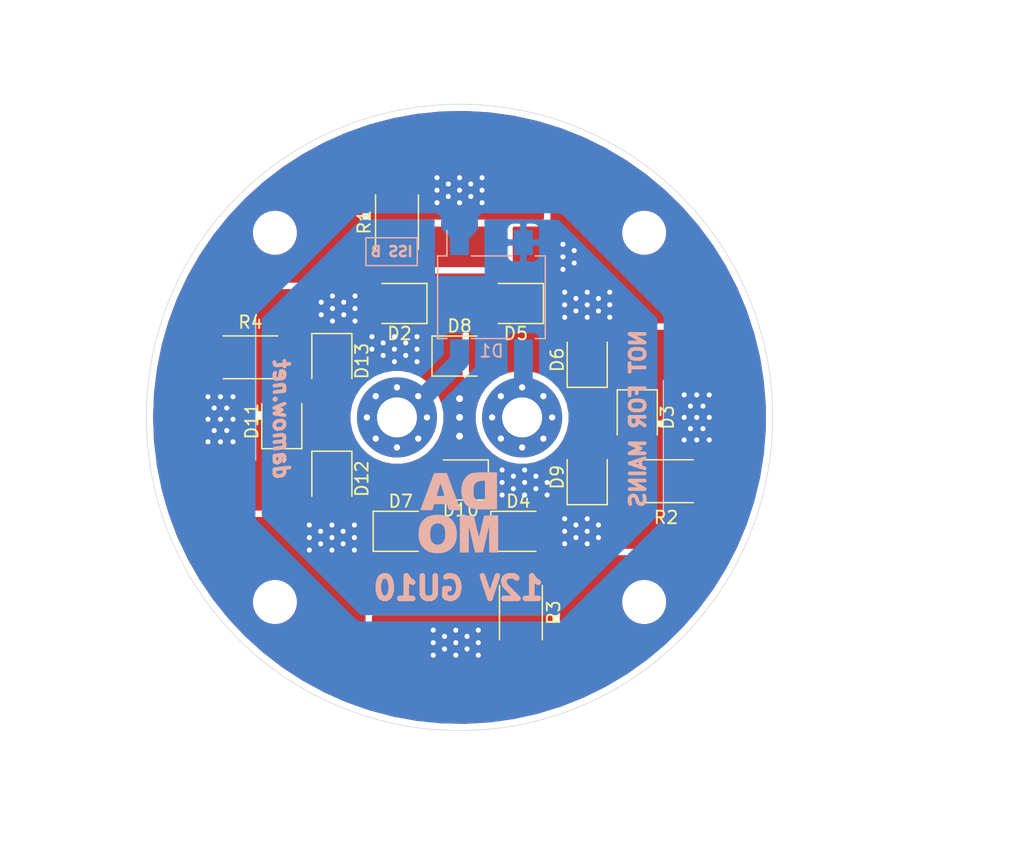
<source format=kicad_pcb>
(kicad_pcb (version 20171130) (host pcbnew "(5.1.9-0-10_14)")

  (general
    (thickness 1.6)
    (drawings 36)
    (tracks 140)
    (zones 0)
    (modules 24)
    (nets 17)
  )

  (page A4)
  (layers
    (0 F.Cu signal)
    (31 B.Cu signal)
    (32 B.Adhes user)
    (33 F.Adhes user)
    (34 B.Paste user)
    (35 F.Paste user)
    (36 B.SilkS user)
    (37 F.SilkS user)
    (38 B.Mask user)
    (39 F.Mask user)
    (40 Dwgs.User user)
    (41 Cmts.User user)
    (42 Eco1.User user)
    (43 Eco2.User user)
    (44 Edge.Cuts user)
    (45 Margin user)
    (46 B.CrtYd user)
    (47 F.CrtYd user)
    (48 B.Fab user)
    (49 F.Fab user)
  )

  (setup
    (last_trace_width 0.25)
    (user_trace_width 0.25)
    (user_trace_width 0.5)
    (user_trace_width 1)
    (user_trace_width 1.25)
    (user_trace_width 1.5)
    (trace_clearance 0.2)
    (zone_clearance 0.508)
    (zone_45_only no)
    (trace_min 0.2)
    (via_size 0.8)
    (via_drill 0.4)
    (via_min_size 0.4)
    (via_min_drill 0.2)
    (user_via 0.4 0.2)
    (user_via 0.8 0.4)
    (user_via 1 0.55)
    (user_via 1.6 0.8)
    (uvia_size 0.3)
    (uvia_drill 0.1)
    (uvias_allowed no)
    (uvia_min_size 0.2)
    (uvia_min_drill 0.1)
    (edge_width 0.05)
    (segment_width 0.2)
    (pcb_text_width 0.3)
    (pcb_text_size 1.5 1.5)
    (mod_edge_width 0.12)
    (mod_text_size 1 1)
    (mod_text_width 0.15)
    (pad_size 2 1.5)
    (pad_drill 0)
    (pad_to_mask_clearance 0)
    (aux_axis_origin 150 100)
    (grid_origin 150 100)
    (visible_elements FFFFF77F)
    (pcbplotparams
      (layerselection 0x00100_7ffffffe)
      (usegerberextensions false)
      (usegerberattributes true)
      (usegerberadvancedattributes true)
      (creategerberjobfile true)
      (excludeedgelayer true)
      (linewidth 0.100000)
      (plotframeref false)
      (viasonmask false)
      (mode 1)
      (useauxorigin false)
      (hpglpennumber 1)
      (hpglpenspeed 20)
      (hpglpendiameter 15.000000)
      (psnegative false)
      (psa4output false)
      (plotreference true)
      (plotvalue true)
      (plotinvisibletext false)
      (padsonsilk false)
      (subtractmaskfromsilk false)
      (outputformat 4)
      (mirror false)
      (drillshape 0)
      (scaleselection 1)
      (outputdirectory "outputs/iss-b"))
  )

  (net 0 "")
  (net 1 GND)
  (net 2 +12V)
  (net 3 "Net-(D2-Pad2)")
  (net 4 "Net-(D2-Pad1)")
  (net 5 "Net-(D3-Pad2)")
  (net 6 "Net-(D3-Pad1)")
  (net 7 "Net-(D4-Pad2)")
  (net 8 "Net-(D4-Pad1)")
  (net 9 "Net-(D5-Pad1)")
  (net 10 "Net-(D6-Pad1)")
  (net 11 "Net-(D10-Pad2)")
  (net 12 "Net-(D1-Pad4)")
  (net 13 "Net-(D1-Pad3)")
  (net 14 "Net-(D11-Pad2)")
  (net 15 "Net-(D11-Pad1)")
  (net 16 "Net-(D12-Pad1)")

  (net_class Default "This is the default net class."
    (clearance 0.2)
    (trace_width 0.25)
    (via_dia 0.8)
    (via_drill 0.4)
    (uvia_dia 0.3)
    (uvia_drill 0.1)
    (add_net +12V)
    (add_net GND)
    (add_net "Net-(D1-Pad3)")
    (add_net "Net-(D1-Pad4)")
    (add_net "Net-(D10-Pad2)")
    (add_net "Net-(D11-Pad1)")
    (add_net "Net-(D11-Pad2)")
    (add_net "Net-(D12-Pad1)")
    (add_net "Net-(D2-Pad1)")
    (add_net "Net-(D2-Pad2)")
    (add_net "Net-(D3-Pad1)")
    (add_net "Net-(D3-Pad2)")
    (add_net "Net-(D4-Pad1)")
    (add_net "Net-(D4-Pad2)")
    (add_net "Net-(D5-Pad1)")
    (add_net "Net-(D6-Pad1)")
  )

  (module 2835-led.kicad_mod:LED_PLCC_2835 (layer F.Cu) (tedit 610BC140) (tstamp 60BD9C65)
    (at 139.8 95.5 270)
    (descr https://www.luckylight.cn/media/component/data-sheet/R2835BC-B2M-M10.pdf)
    (tags LED)
    (path /60C46908)
    (attr smd)
    (fp_text reference D13 (at 0 -2.4 90) (layer F.SilkS)
      (effects (font (size 1 1) (thickness 0.15)))
    )
    (fp_text value LED (at 0 2.475 90) (layer F.Fab)
      (effects (font (size 1 1) (thickness 0.15)))
    )
    (fp_text user %R (at 0 0 90) (layer F.Fab)
      (effects (font (size 0.9 0.9) (thickness 0.135)))
    )
    (fp_line (start 2.25 -1.65) (end 2.25 1.65) (layer F.CrtYd) (width 0.05))
    (fp_line (start -2.25 -1.65) (end 2.25 -1.65) (layer F.CrtYd) (width 0.05))
    (fp_line (start -2.25 1.65) (end -2.25 -1.65) (layer F.CrtYd) (width 0.05))
    (fp_line (start 2.25 1.65) (end -2.25 1.65) (layer F.CrtYd) (width 0.05))
    (fp_line (start 1.4 -1.6) (end -2.2 -1.6) (layer F.SilkS) (width 0.12))
    (fp_line (start 1.4 1.6) (end -2.2 1.6) (layer F.SilkS) (width 0.12))
    (fp_line (start 1.75 -1.4) (end 1.75 1.4) (layer F.Fab) (width 0.1))
    (fp_line (start -1.05 -1.4) (end 1.75 -1.4) (layer F.Fab) (width 0.1))
    (fp_line (start -1.75 1.4) (end -1.75 -0.7) (layer F.Fab) (width 0.1))
    (fp_line (start 1.75 1.4) (end -1.75 1.4) (layer F.Fab) (width 0.1))
    (fp_line (start -2.2 -1.6) (end -2.2 1.6) (layer F.SilkS) (width 0.12))
    (fp_line (start -1.05 -1.4) (end -1.75 -0.7) (layer F.Fab) (width 0.1))
    (pad 2 smd rect (at 1.375 0 270) (size 1.25 2.2) (layers F.Cu F.Paste F.Mask)
      (net 16 "Net-(D12-Pad1)"))
    (pad 1 smd rect (at -0.9 0 270) (size 2.2 2.2) (layers F.Cu F.Paste F.Mask)
      (net 1 GND))
    (model ${KISYS3DMOD}/LED_SMD.3dshapes/LED_PLCC_2835.wrl
      (at (xyz 0 0 0))
      (scale (xyz 1 1 1))
      (rotate (xyz 0 0 0))
    )
    (model "${KIPRJMOD}/3rd_party/User Library-LED 2835.IGS"
      (at (xyz 0 0 0))
      (scale (xyz 1 1 1))
      (rotate (xyz -90 0 0))
    )
  )

  (module 2835-led.kicad_mod:LED_PLCC_2835 (layer F.Cu) (tedit 610BC140) (tstamp 60BD9C9B)
    (at 139.8 104.9 270)
    (descr https://www.luckylight.cn/media/component/data-sheet/R2835BC-B2M-M10.pdf)
    (tags LED)
    (path /60C4690F)
    (attr smd)
    (fp_text reference D12 (at 0 -2.4 90) (layer F.SilkS)
      (effects (font (size 1 1) (thickness 0.15)))
    )
    (fp_text value LED (at 0 2.475 90) (layer F.Fab)
      (effects (font (size 1 1) (thickness 0.15)))
    )
    (fp_text user %R (at 0 0 90) (layer F.Fab)
      (effects (font (size 0.9 0.9) (thickness 0.135)))
    )
    (fp_line (start 2.25 -1.65) (end 2.25 1.65) (layer F.CrtYd) (width 0.05))
    (fp_line (start -2.25 -1.65) (end 2.25 -1.65) (layer F.CrtYd) (width 0.05))
    (fp_line (start -2.25 1.65) (end -2.25 -1.65) (layer F.CrtYd) (width 0.05))
    (fp_line (start 2.25 1.65) (end -2.25 1.65) (layer F.CrtYd) (width 0.05))
    (fp_line (start 1.4 -1.6) (end -2.2 -1.6) (layer F.SilkS) (width 0.12))
    (fp_line (start 1.4 1.6) (end -2.2 1.6) (layer F.SilkS) (width 0.12))
    (fp_line (start 1.75 -1.4) (end 1.75 1.4) (layer F.Fab) (width 0.1))
    (fp_line (start -1.05 -1.4) (end 1.75 -1.4) (layer F.Fab) (width 0.1))
    (fp_line (start -1.75 1.4) (end -1.75 -0.7) (layer F.Fab) (width 0.1))
    (fp_line (start 1.75 1.4) (end -1.75 1.4) (layer F.Fab) (width 0.1))
    (fp_line (start -2.2 -1.6) (end -2.2 1.6) (layer F.SilkS) (width 0.12))
    (fp_line (start -1.05 -1.4) (end -1.75 -0.7) (layer F.Fab) (width 0.1))
    (pad 2 smd rect (at 1.375 0 270) (size 1.25 2.2) (layers F.Cu F.Paste F.Mask)
      (net 15 "Net-(D11-Pad1)"))
    (pad 1 smd rect (at -0.9 0 270) (size 2.2 2.2) (layers F.Cu F.Paste F.Mask)
      (net 16 "Net-(D12-Pad1)"))
    (model ${KISYS3DMOD}/LED_SMD.3dshapes/LED_PLCC_2835.wrl
      (at (xyz 0 0 0))
      (scale (xyz 1 1 1))
      (rotate (xyz 0 0 0))
    )
    (model "${KIPRJMOD}/3rd_party/User Library-LED 2835.IGS"
      (at (xyz 0 0 0))
      (scale (xyz 1 1 1))
      (rotate (xyz -90 0 0))
    )
  )

  (module 2835-led.kicad_mod:LED_PLCC_2835 (layer F.Cu) (tedit 610BC140) (tstamp 60BD9CD1)
    (at 135.8 100.3 90)
    (descr https://www.luckylight.cn/media/component/data-sheet/R2835BC-B2M-M10.pdf)
    (tags LED)
    (path /60C46916)
    (attr smd)
    (fp_text reference D11 (at 0 -2.4 90) (layer F.SilkS)
      (effects (font (size 1 1) (thickness 0.15)))
    )
    (fp_text value LED (at 0 2.475 90) (layer F.Fab)
      (effects (font (size 1 1) (thickness 0.15)))
    )
    (fp_text user %R (at 0 0 90) (layer F.Fab)
      (effects (font (size 0.9 0.9) (thickness 0.135)))
    )
    (fp_line (start 2.25 -1.65) (end 2.25 1.65) (layer F.CrtYd) (width 0.05))
    (fp_line (start -2.25 -1.65) (end 2.25 -1.65) (layer F.CrtYd) (width 0.05))
    (fp_line (start -2.25 1.65) (end -2.25 -1.65) (layer F.CrtYd) (width 0.05))
    (fp_line (start 2.25 1.65) (end -2.25 1.65) (layer F.CrtYd) (width 0.05))
    (fp_line (start 1.4 -1.6) (end -2.2 -1.6) (layer F.SilkS) (width 0.12))
    (fp_line (start 1.4 1.6) (end -2.2 1.6) (layer F.SilkS) (width 0.12))
    (fp_line (start 1.75 -1.4) (end 1.75 1.4) (layer F.Fab) (width 0.1))
    (fp_line (start -1.05 -1.4) (end 1.75 -1.4) (layer F.Fab) (width 0.1))
    (fp_line (start -1.75 1.4) (end -1.75 -0.7) (layer F.Fab) (width 0.1))
    (fp_line (start 1.75 1.4) (end -1.75 1.4) (layer F.Fab) (width 0.1))
    (fp_line (start -2.2 -1.6) (end -2.2 1.6) (layer F.SilkS) (width 0.12))
    (fp_line (start -1.05 -1.4) (end -1.75 -0.7) (layer F.Fab) (width 0.1))
    (pad 2 smd rect (at 1.375 0 90) (size 1.25 2.2) (layers F.Cu F.Paste F.Mask)
      (net 14 "Net-(D11-Pad2)"))
    (pad 1 smd rect (at -0.9 0 90) (size 2.2 2.2) (layers F.Cu F.Paste F.Mask)
      (net 15 "Net-(D11-Pad1)"))
    (model ${KISYS3DMOD}/LED_SMD.3dshapes/LED_PLCC_2835.wrl
      (at (xyz 0 0 0))
      (scale (xyz 1 1 1))
      (rotate (xyz 0 0 0))
    )
    (model "${KIPRJMOD}/3rd_party/User Library-LED 2835.IGS"
      (at (xyz 0 0 0))
      (scale (xyz 1 1 1))
      (rotate (xyz -90 0 0))
    )
  )

  (module 2835-led.kicad_mod:LED_PLCC_2835 (layer F.Cu) (tedit 610BC140) (tstamp 60BD2F7C)
    (at 150.1 105 180)
    (descr https://www.luckylight.cn/media/component/data-sheet/R2835BC-B2M-M10.pdf)
    (tags LED)
    (path /60BB9937)
    (attr smd)
    (fp_text reference D10 (at 0 -2.4) (layer F.SilkS)
      (effects (font (size 1 1) (thickness 0.15)))
    )
    (fp_text value LED (at 0 2.475) (layer F.Fab)
      (effects (font (size 1 1) (thickness 0.15)))
    )
    (fp_text user %R (at 0 0) (layer F.Fab)
      (effects (font (size 0.9 0.9) (thickness 0.135)))
    )
    (fp_line (start 2.25 -1.65) (end 2.25 1.65) (layer F.CrtYd) (width 0.05))
    (fp_line (start -2.25 -1.65) (end 2.25 -1.65) (layer F.CrtYd) (width 0.05))
    (fp_line (start -2.25 1.65) (end -2.25 -1.65) (layer F.CrtYd) (width 0.05))
    (fp_line (start 2.25 1.65) (end -2.25 1.65) (layer F.CrtYd) (width 0.05))
    (fp_line (start 1.4 -1.6) (end -2.2 -1.6) (layer F.SilkS) (width 0.12))
    (fp_line (start 1.4 1.6) (end -2.2 1.6) (layer F.SilkS) (width 0.12))
    (fp_line (start 1.75 -1.4) (end 1.75 1.4) (layer F.Fab) (width 0.1))
    (fp_line (start -1.05 -1.4) (end 1.75 -1.4) (layer F.Fab) (width 0.1))
    (fp_line (start -1.75 1.4) (end -1.75 -0.7) (layer F.Fab) (width 0.1))
    (fp_line (start 1.75 1.4) (end -1.75 1.4) (layer F.Fab) (width 0.1))
    (fp_line (start -2.2 -1.6) (end -2.2 1.6) (layer F.SilkS) (width 0.12))
    (fp_line (start -1.05 -1.4) (end -1.75 -0.7) (layer F.Fab) (width 0.1))
    (pad 2 smd rect (at 1.375 0 180) (size 1.25 2.2) (layers F.Cu F.Paste F.Mask)
      (net 11 "Net-(D10-Pad2)"))
    (pad 1 smd rect (at -0.9 0 180) (size 2.2 2.2) (layers F.Cu F.Paste F.Mask)
      (net 1 GND))
    (model ${KISYS3DMOD}/LED_SMD.3dshapes/LED_PLCC_2835.wrl
      (at (xyz 0 0 0))
      (scale (xyz 1 1 1))
      (rotate (xyz 0 0 0))
    )
    (model "${KIPRJMOD}/3rd_party/User Library-LED 2835.IGS"
      (at (xyz 0 0 0))
      (scale (xyz 1 1 1))
      (rotate (xyz -90 0 0))
    )
  )

  (module 2835-led.kicad_mod:LED_PLCC_2835 (layer F.Cu) (tedit 610BC140) (tstamp 60BAF59E)
    (at 160.2 104.775 90)
    (descr https://www.luckylight.cn/media/component/data-sheet/R2835BC-B2M-M10.pdf)
    (tags LED)
    (path /60BB386A)
    (attr smd)
    (fp_text reference D9 (at 0 -2.4 90) (layer F.SilkS)
      (effects (font (size 1 1) (thickness 0.15)))
    )
    (fp_text value LED (at 0 2.475 90) (layer F.Fab)
      (effects (font (size 1 1) (thickness 0.15)))
    )
    (fp_text user %R (at 0 0 90) (layer F.Fab)
      (effects (font (size 0.9 0.9) (thickness 0.135)))
    )
    (fp_line (start 2.25 -1.65) (end 2.25 1.65) (layer F.CrtYd) (width 0.05))
    (fp_line (start -2.25 -1.65) (end 2.25 -1.65) (layer F.CrtYd) (width 0.05))
    (fp_line (start -2.25 1.65) (end -2.25 -1.65) (layer F.CrtYd) (width 0.05))
    (fp_line (start 2.25 1.65) (end -2.25 1.65) (layer F.CrtYd) (width 0.05))
    (fp_line (start 1.4 -1.6) (end -2.2 -1.6) (layer F.SilkS) (width 0.12))
    (fp_line (start 1.4 1.6) (end -2.2 1.6) (layer F.SilkS) (width 0.12))
    (fp_line (start 1.75 -1.4) (end 1.75 1.4) (layer F.Fab) (width 0.1))
    (fp_line (start -1.05 -1.4) (end 1.75 -1.4) (layer F.Fab) (width 0.1))
    (fp_line (start -1.75 1.4) (end -1.75 -0.7) (layer F.Fab) (width 0.1))
    (fp_line (start 1.75 1.4) (end -1.75 1.4) (layer F.Fab) (width 0.1))
    (fp_line (start -2.2 -1.6) (end -2.2 1.6) (layer F.SilkS) (width 0.12))
    (fp_line (start -1.05 -1.4) (end -1.75 -0.7) (layer F.Fab) (width 0.1))
    (pad 2 smd rect (at 1.375 0 90) (size 1.25 2.2) (layers F.Cu F.Paste F.Mask)
      (net 10 "Net-(D6-Pad1)"))
    (pad 1 smd rect (at -0.9 0 90) (size 2.2 2.2) (layers F.Cu F.Paste F.Mask)
      (net 1 GND))
    (model ${KISYS3DMOD}/LED_SMD.3dshapes/LED_PLCC_2835.wrl
      (at (xyz 0 0 0))
      (scale (xyz 1 1 1))
      (rotate (xyz 0 0 0))
    )
    (model "${KIPRJMOD}/3rd_party/User Library-LED 2835.IGS"
      (at (xyz 0 0 0))
      (scale (xyz 1 1 1))
      (rotate (xyz -90 0 0))
    )
  )

  (module 2835-led.kicad_mod:LED_PLCC_2835 (layer F.Cu) (tedit 610BC140) (tstamp 60BAF588)
    (at 150 95.1)
    (descr https://www.luckylight.cn/media/component/data-sheet/R2835BC-B2M-M10.pdf)
    (tags LED)
    (path /60BABEAB)
    (attr smd)
    (fp_text reference D8 (at 0 -2.4) (layer F.SilkS)
      (effects (font (size 1 1) (thickness 0.15)))
    )
    (fp_text value LED (at 0 2.475) (layer F.Fab)
      (effects (font (size 1 1) (thickness 0.15)))
    )
    (fp_text user %R (at 0 0) (layer F.Fab)
      (effects (font (size 0.9 0.9) (thickness 0.135)))
    )
    (fp_line (start 2.25 -1.65) (end 2.25 1.65) (layer F.CrtYd) (width 0.05))
    (fp_line (start -2.25 -1.65) (end 2.25 -1.65) (layer F.CrtYd) (width 0.05))
    (fp_line (start -2.25 1.65) (end -2.25 -1.65) (layer F.CrtYd) (width 0.05))
    (fp_line (start 2.25 1.65) (end -2.25 1.65) (layer F.CrtYd) (width 0.05))
    (fp_line (start 1.4 -1.6) (end -2.2 -1.6) (layer F.SilkS) (width 0.12))
    (fp_line (start 1.4 1.6) (end -2.2 1.6) (layer F.SilkS) (width 0.12))
    (fp_line (start 1.75 -1.4) (end 1.75 1.4) (layer F.Fab) (width 0.1))
    (fp_line (start -1.05 -1.4) (end 1.75 -1.4) (layer F.Fab) (width 0.1))
    (fp_line (start -1.75 1.4) (end -1.75 -0.7) (layer F.Fab) (width 0.1))
    (fp_line (start 1.75 1.4) (end -1.75 1.4) (layer F.Fab) (width 0.1))
    (fp_line (start -2.2 -1.6) (end -2.2 1.6) (layer F.SilkS) (width 0.12))
    (fp_line (start -1.05 -1.4) (end -1.75 -0.7) (layer F.Fab) (width 0.1))
    (pad 2 smd rect (at 1.375 0) (size 1.25 2.2) (layers F.Cu F.Paste F.Mask)
      (net 9 "Net-(D5-Pad1)"))
    (pad 1 smd rect (at -0.9 0) (size 2.2 2.2) (layers F.Cu F.Paste F.Mask)
      (net 1 GND))
    (model ${KISYS3DMOD}/LED_SMD.3dshapes/LED_PLCC_2835.wrl
      (at (xyz 0 0 0))
      (scale (xyz 1 1 1))
      (rotate (xyz 0 0 0))
    )
    (model "${KIPRJMOD}/3rd_party/User Library-LED 2835.IGS"
      (at (xyz 0 0 0))
      (scale (xyz 1 1 1))
      (rotate (xyz -90 0 0))
    )
  )

  (module 2835-led.kicad_mod:LED_PLCC_2835 (layer F.Cu) (tedit 610BC140) (tstamp 60BD2F21)
    (at 145.3 109.1)
    (descr https://www.luckylight.cn/media/component/data-sheet/R2835BC-B2M-M10.pdf)
    (tags LED)
    (path /60BB9930)
    (attr smd)
    (fp_text reference D7 (at 0 -2.4) (layer F.SilkS)
      (effects (font (size 1 1) (thickness 0.15)))
    )
    (fp_text value LED (at 0 2.475) (layer F.Fab)
      (effects (font (size 1 1) (thickness 0.15)))
    )
    (fp_text user %R (at 0 0) (layer F.Fab)
      (effects (font (size 0.9 0.9) (thickness 0.135)))
    )
    (fp_line (start 2.25 -1.65) (end 2.25 1.65) (layer F.CrtYd) (width 0.05))
    (fp_line (start -2.25 -1.65) (end 2.25 -1.65) (layer F.CrtYd) (width 0.05))
    (fp_line (start -2.25 1.65) (end -2.25 -1.65) (layer F.CrtYd) (width 0.05))
    (fp_line (start 2.25 1.65) (end -2.25 1.65) (layer F.CrtYd) (width 0.05))
    (fp_line (start 1.4 -1.6) (end -2.2 -1.6) (layer F.SilkS) (width 0.12))
    (fp_line (start 1.4 1.6) (end -2.2 1.6) (layer F.SilkS) (width 0.12))
    (fp_line (start 1.75 -1.4) (end 1.75 1.4) (layer F.Fab) (width 0.1))
    (fp_line (start -1.05 -1.4) (end 1.75 -1.4) (layer F.Fab) (width 0.1))
    (fp_line (start -1.75 1.4) (end -1.75 -0.7) (layer F.Fab) (width 0.1))
    (fp_line (start 1.75 1.4) (end -1.75 1.4) (layer F.Fab) (width 0.1))
    (fp_line (start -2.2 -1.6) (end -2.2 1.6) (layer F.SilkS) (width 0.12))
    (fp_line (start -1.05 -1.4) (end -1.75 -0.7) (layer F.Fab) (width 0.1))
    (pad 2 smd rect (at 1.375 0) (size 1.25 2.2) (layers F.Cu F.Paste F.Mask)
      (net 8 "Net-(D4-Pad1)"))
    (pad 1 smd rect (at -0.9 0) (size 2.2 2.2) (layers F.Cu F.Paste F.Mask)
      (net 11 "Net-(D10-Pad2)"))
    (model ${KISYS3DMOD}/LED_SMD.3dshapes/LED_PLCC_2835.wrl
      (at (xyz 0 0 0))
      (scale (xyz 1 1 1))
      (rotate (xyz 0 0 0))
    )
    (model "${KIPRJMOD}/3rd_party/User Library-LED 2835.IGS"
      (at (xyz 0 0 0))
      (scale (xyz 1 1 1))
      (rotate (xyz -90 0 0))
    )
  )

  (module 2835-led.kicad_mod:LED_PLCC_2835 (layer F.Cu) (tedit 610BC140) (tstamp 60BAF55C)
    (at 160.2 95.4 90)
    (descr https://www.luckylight.cn/media/component/data-sheet/R2835BC-B2M-M10.pdf)
    (tags LED)
    (path /60BB3863)
    (attr smd)
    (fp_text reference D6 (at 0 -2.4 90) (layer F.SilkS)
      (effects (font (size 1 1) (thickness 0.15)))
    )
    (fp_text value LED (at 0 2.475 90) (layer F.Fab)
      (effects (font (size 1 1) (thickness 0.15)))
    )
    (fp_text user %R (at 0 0 90) (layer F.Fab)
      (effects (font (size 0.9 0.9) (thickness 0.135)))
    )
    (fp_line (start 2.25 -1.65) (end 2.25 1.65) (layer F.CrtYd) (width 0.05))
    (fp_line (start -2.25 -1.65) (end 2.25 -1.65) (layer F.CrtYd) (width 0.05))
    (fp_line (start -2.25 1.65) (end -2.25 -1.65) (layer F.CrtYd) (width 0.05))
    (fp_line (start 2.25 1.65) (end -2.25 1.65) (layer F.CrtYd) (width 0.05))
    (fp_line (start 1.4 -1.6) (end -2.2 -1.6) (layer F.SilkS) (width 0.12))
    (fp_line (start 1.4 1.6) (end -2.2 1.6) (layer F.SilkS) (width 0.12))
    (fp_line (start 1.75 -1.4) (end 1.75 1.4) (layer F.Fab) (width 0.1))
    (fp_line (start -1.05 -1.4) (end 1.75 -1.4) (layer F.Fab) (width 0.1))
    (fp_line (start -1.75 1.4) (end -1.75 -0.7) (layer F.Fab) (width 0.1))
    (fp_line (start 1.75 1.4) (end -1.75 1.4) (layer F.Fab) (width 0.1))
    (fp_line (start -2.2 -1.6) (end -2.2 1.6) (layer F.SilkS) (width 0.12))
    (fp_line (start -1.05 -1.4) (end -1.75 -0.7) (layer F.Fab) (width 0.1))
    (pad 2 smd rect (at 1.375 0 90) (size 1.25 2.2) (layers F.Cu F.Paste F.Mask)
      (net 6 "Net-(D3-Pad1)"))
    (pad 1 smd rect (at -0.9 0 90) (size 2.2 2.2) (layers F.Cu F.Paste F.Mask)
      (net 10 "Net-(D6-Pad1)"))
    (model ${KISYS3DMOD}/LED_SMD.3dshapes/LED_PLCC_2835.wrl
      (at (xyz 0 0 0))
      (scale (xyz 1 1 1))
      (rotate (xyz 0 0 0))
    )
    (model "${KIPRJMOD}/3rd_party/User Library-LED 2835.IGS"
      (at (xyz 0 0 0))
      (scale (xyz 1 1 1))
      (rotate (xyz -90 0 0))
    )
  )

  (module 2835-led.kicad_mod:LED_PLCC_2835 (layer F.Cu) (tedit 610BC140) (tstamp 60BAF546)
    (at 154.5 90.9 180)
    (descr https://www.luckylight.cn/media/component/data-sheet/R2835BC-B2M-M10.pdf)
    (tags LED)
    (path /60BAAC75)
    (attr smd)
    (fp_text reference D5 (at 0 -2.4) (layer F.SilkS)
      (effects (font (size 1 1) (thickness 0.15)))
    )
    (fp_text value LED (at 0 2.475) (layer F.Fab)
      (effects (font (size 1 1) (thickness 0.15)))
    )
    (fp_text user %R (at 0 0) (layer F.Fab)
      (effects (font (size 0.9 0.9) (thickness 0.135)))
    )
    (fp_line (start 2.25 -1.65) (end 2.25 1.65) (layer F.CrtYd) (width 0.05))
    (fp_line (start -2.25 -1.65) (end 2.25 -1.65) (layer F.CrtYd) (width 0.05))
    (fp_line (start -2.25 1.65) (end -2.25 -1.65) (layer F.CrtYd) (width 0.05))
    (fp_line (start 2.25 1.65) (end -2.25 1.65) (layer F.CrtYd) (width 0.05))
    (fp_line (start 1.4 -1.6) (end -2.2 -1.6) (layer F.SilkS) (width 0.12))
    (fp_line (start 1.4 1.6) (end -2.2 1.6) (layer F.SilkS) (width 0.12))
    (fp_line (start 1.75 -1.4) (end 1.75 1.4) (layer F.Fab) (width 0.1))
    (fp_line (start -1.05 -1.4) (end 1.75 -1.4) (layer F.Fab) (width 0.1))
    (fp_line (start -1.75 1.4) (end -1.75 -0.7) (layer F.Fab) (width 0.1))
    (fp_line (start 1.75 1.4) (end -1.75 1.4) (layer F.Fab) (width 0.1))
    (fp_line (start -2.2 -1.6) (end -2.2 1.6) (layer F.SilkS) (width 0.12))
    (fp_line (start -1.05 -1.4) (end -1.75 -0.7) (layer F.Fab) (width 0.1))
    (pad 2 smd rect (at 1.375 0 180) (size 1.25 2.2) (layers F.Cu F.Paste F.Mask)
      (net 4 "Net-(D2-Pad1)"))
    (pad 1 smd rect (at -0.9 0 180) (size 2.2 2.2) (layers F.Cu F.Paste F.Mask)
      (net 9 "Net-(D5-Pad1)"))
    (model ${KISYS3DMOD}/LED_SMD.3dshapes/LED_PLCC_2835.wrl
      (at (xyz 0 0 0))
      (scale (xyz 1 1 1))
      (rotate (xyz 0 0 0))
    )
    (model "${KIPRJMOD}/3rd_party/User Library-LED 2835.IGS"
      (at (xyz 0 0 0))
      (scale (xyz 1 1 1))
      (rotate (xyz -90 0 0))
    )
  )

  (module 2835-led.kicad_mod:LED_PLCC_2835 (layer F.Cu) (tedit 610BC140) (tstamp 60BD2EC6)
    (at 154.7 109.1)
    (descr https://www.luckylight.cn/media/component/data-sheet/R2835BC-B2M-M10.pdf)
    (tags LED)
    (path /60BB9929)
    (attr smd)
    (fp_text reference D4 (at 0 -2.4) (layer F.SilkS)
      (effects (font (size 1 1) (thickness 0.15)))
    )
    (fp_text value LED (at 0 2.475) (layer F.Fab)
      (effects (font (size 1 1) (thickness 0.15)))
    )
    (fp_text user %R (at 0 0) (layer F.Fab)
      (effects (font (size 0.9 0.9) (thickness 0.135)))
    )
    (fp_line (start 2.25 -1.65) (end 2.25 1.65) (layer F.CrtYd) (width 0.05))
    (fp_line (start -2.25 -1.65) (end 2.25 -1.65) (layer F.CrtYd) (width 0.05))
    (fp_line (start -2.25 1.65) (end -2.25 -1.65) (layer F.CrtYd) (width 0.05))
    (fp_line (start 2.25 1.65) (end -2.25 1.65) (layer F.CrtYd) (width 0.05))
    (fp_line (start 1.4 -1.6) (end -2.2 -1.6) (layer F.SilkS) (width 0.12))
    (fp_line (start 1.4 1.6) (end -2.2 1.6) (layer F.SilkS) (width 0.12))
    (fp_line (start 1.75 -1.4) (end 1.75 1.4) (layer F.Fab) (width 0.1))
    (fp_line (start -1.05 -1.4) (end 1.75 -1.4) (layer F.Fab) (width 0.1))
    (fp_line (start -1.75 1.4) (end -1.75 -0.7) (layer F.Fab) (width 0.1))
    (fp_line (start 1.75 1.4) (end -1.75 1.4) (layer F.Fab) (width 0.1))
    (fp_line (start -2.2 -1.6) (end -2.2 1.6) (layer F.SilkS) (width 0.12))
    (fp_line (start -1.05 -1.4) (end -1.75 -0.7) (layer F.Fab) (width 0.1))
    (pad 2 smd rect (at 1.375 0) (size 1.25 2.2) (layers F.Cu F.Paste F.Mask)
      (net 7 "Net-(D4-Pad2)"))
    (pad 1 smd rect (at -0.9 0) (size 2.2 2.2) (layers F.Cu F.Paste F.Mask)
      (net 8 "Net-(D4-Pad1)"))
    (model ${KISYS3DMOD}/LED_SMD.3dshapes/LED_PLCC_2835.wrl
      (at (xyz 0 0 0))
      (scale (xyz 1 1 1))
      (rotate (xyz 0 0 0))
    )
    (model "${KIPRJMOD}/3rd_party/User Library-LED 2835.IGS"
      (at (xyz 0 0 0))
      (scale (xyz 1 1 1))
      (rotate (xyz -90 0 0))
    )
  )

  (module 2835-led.kicad_mod:LED_PLCC_2835 (layer F.Cu) (tedit 610BC140) (tstamp 60BAF51A)
    (at 164.2 100 270)
    (descr https://www.luckylight.cn/media/component/data-sheet/R2835BC-B2M-M10.pdf)
    (tags LED)
    (path /60BB385C)
    (attr smd)
    (fp_text reference D3 (at 0 -2.4 90) (layer F.SilkS)
      (effects (font (size 1 1) (thickness 0.15)))
    )
    (fp_text value LED (at 0 2.475 90) (layer F.Fab)
      (effects (font (size 1 1) (thickness 0.15)))
    )
    (fp_text user %R (at 0 0 90) (layer F.Fab)
      (effects (font (size 0.9 0.9) (thickness 0.135)))
    )
    (fp_line (start 2.25 -1.65) (end 2.25 1.65) (layer F.CrtYd) (width 0.05))
    (fp_line (start -2.25 -1.65) (end 2.25 -1.65) (layer F.CrtYd) (width 0.05))
    (fp_line (start -2.25 1.65) (end -2.25 -1.65) (layer F.CrtYd) (width 0.05))
    (fp_line (start 2.25 1.65) (end -2.25 1.65) (layer F.CrtYd) (width 0.05))
    (fp_line (start 1.4 -1.6) (end -2.2 -1.6) (layer F.SilkS) (width 0.12))
    (fp_line (start 1.4 1.6) (end -2.2 1.6) (layer F.SilkS) (width 0.12))
    (fp_line (start 1.75 -1.4) (end 1.75 1.4) (layer F.Fab) (width 0.1))
    (fp_line (start -1.05 -1.4) (end 1.75 -1.4) (layer F.Fab) (width 0.1))
    (fp_line (start -1.75 1.4) (end -1.75 -0.7) (layer F.Fab) (width 0.1))
    (fp_line (start 1.75 1.4) (end -1.75 1.4) (layer F.Fab) (width 0.1))
    (fp_line (start -2.2 -1.6) (end -2.2 1.6) (layer F.SilkS) (width 0.12))
    (fp_line (start -1.05 -1.4) (end -1.75 -0.7) (layer F.Fab) (width 0.1))
    (pad 2 smd rect (at 1.375 0 270) (size 1.25 2.2) (layers F.Cu F.Paste F.Mask)
      (net 5 "Net-(D3-Pad2)"))
    (pad 1 smd rect (at -0.9 0 270) (size 2.2 2.2) (layers F.Cu F.Paste F.Mask)
      (net 6 "Net-(D3-Pad1)"))
    (model ${KISYS3DMOD}/LED_SMD.3dshapes/LED_PLCC_2835.wrl
      (at (xyz 0 0 0))
      (scale (xyz 1 1 1))
      (rotate (xyz 0 0 0))
    )
    (model "${KIPRJMOD}/3rd_party/User Library-LED 2835.IGS"
      (at (xyz 0 0 0))
      (scale (xyz 1 1 1))
      (rotate (xyz -90 0 0))
    )
  )

  (module 2835-led.kicad_mod:LED_PLCC_2835 (layer F.Cu) (tedit 610BC140) (tstamp 60BAF504)
    (at 145.2 90.9 180)
    (descr https://www.luckylight.cn/media/component/data-sheet/R2835BC-B2M-M10.pdf)
    (tags LED)
    (path /60BA9330)
    (attr smd)
    (fp_text reference D2 (at 0 -2.4) (layer F.SilkS)
      (effects (font (size 1 1) (thickness 0.15)))
    )
    (fp_text value LED (at 0 2.475) (layer F.Fab)
      (effects (font (size 1 1) (thickness 0.15)))
    )
    (fp_text user %R (at 0 0) (layer F.Fab)
      (effects (font (size 0.9 0.9) (thickness 0.135)))
    )
    (fp_line (start 2.25 -1.65) (end 2.25 1.65) (layer F.CrtYd) (width 0.05))
    (fp_line (start -2.25 -1.65) (end 2.25 -1.65) (layer F.CrtYd) (width 0.05))
    (fp_line (start -2.25 1.65) (end -2.25 -1.65) (layer F.CrtYd) (width 0.05))
    (fp_line (start 2.25 1.65) (end -2.25 1.65) (layer F.CrtYd) (width 0.05))
    (fp_line (start 1.4 -1.6) (end -2.2 -1.6) (layer F.SilkS) (width 0.12))
    (fp_line (start 1.4 1.6) (end -2.2 1.6) (layer F.SilkS) (width 0.12))
    (fp_line (start 1.75 -1.4) (end 1.75 1.4) (layer F.Fab) (width 0.1))
    (fp_line (start -1.05 -1.4) (end 1.75 -1.4) (layer F.Fab) (width 0.1))
    (fp_line (start -1.75 1.4) (end -1.75 -0.7) (layer F.Fab) (width 0.1))
    (fp_line (start 1.75 1.4) (end -1.75 1.4) (layer F.Fab) (width 0.1))
    (fp_line (start -2.2 -1.6) (end -2.2 1.6) (layer F.SilkS) (width 0.12))
    (fp_line (start -1.05 -1.4) (end -1.75 -0.7) (layer F.Fab) (width 0.1))
    (pad 2 smd rect (at 1.375 0 180) (size 1.25 2.2) (layers F.Cu F.Paste F.Mask)
      (net 3 "Net-(D2-Pad2)"))
    (pad 1 smd rect (at -0.9 0 180) (size 2.2 2.2) (layers F.Cu F.Paste F.Mask)
      (net 4 "Net-(D2-Pad1)"))
    (model ${KISYS3DMOD}/LED_SMD.3dshapes/LED_PLCC_2835.wrl
      (at (xyz 0 0 0))
      (scale (xyz 1 1 1))
      (rotate (xyz 0 0 0))
    )
    (model "${KIPRJMOD}/3rd_party/User Library-LED 2835.IGS"
      (at (xyz 0 0 0))
      (scale (xyz 1 1 1))
      (rotate (xyz -90 0 0))
    )
  )

  (module gu10-12v-lamp:damo-logo-silk-7mm locked (layer B.Cu) (tedit 0) (tstamp 60BDBBCC)
    (at 150 107.55 180)
    (fp_text reference G*** (at 0 0) (layer B.SilkS) hide
      (effects (font (size 1.524 1.524) (thickness 0.3)) (justify mirror))
    )
    (fp_text value LOGO (at 0.75 0) (layer B.SilkS) hide
      (effects (font (size 1.524 1.524) (thickness 0.3)) (justify mirror))
    )
    (fp_poly (pts (xy 1.941671 -0.235319) (xy 2.21418 -0.27602) (xy 2.464494 -0.351347) (xy 2.529163 -0.378869)
      (xy 2.685359 -0.472007) (xy 2.841789 -0.602728) (xy 2.981828 -0.754745) (xy 3.088852 -0.911772)
      (xy 3.105306 -0.943308) (xy 3.193015 -1.162304) (xy 3.246432 -1.397547) (xy 3.267651 -1.661115)
      (xy 3.264759 -1.862667) (xy 3.24052 -2.137119) (xy 3.192355 -2.368689) (xy 3.116345 -2.567272)
      (xy 3.008569 -2.742766) (xy 2.865107 -2.905067) (xy 2.843769 -2.925583) (xy 2.659001 -3.074062)
      (xy 2.457309 -3.18266) (xy 2.230436 -3.254154) (xy 1.970128 -3.291319) (xy 1.735667 -3.298236)
      (xy 1.609229 -3.295902) (xy 1.499454 -3.291895) (xy 1.421691 -3.286876) (xy 1.397 -3.283697)
      (xy 1.135692 -3.21461) (xy 0.918778 -3.12369) (xy 0.736916 -3.006379) (xy 0.627322 -2.908006)
      (xy 0.463733 -2.709148) (xy 0.343327 -2.486509) (xy 0.264157 -2.234638) (xy 0.224273 -1.948079)
      (xy 0.218978 -1.782748) (xy 1.141464 -1.782748) (xy 1.148881 -1.962245) (xy 1.168863 -2.120576)
      (xy 1.193323 -2.217577) (xy 1.276917 -2.380338) (xy 1.396979 -2.503902) (xy 1.545998 -2.584453)
      (xy 1.716461 -2.618174) (xy 1.900857 -2.601248) (xy 1.932586 -2.593188) (xy 2.067091 -2.528064)
      (xy 2.18286 -2.417892) (xy 2.270152 -2.273345) (xy 2.300522 -2.189986) (xy 2.327045 -2.054531)
      (xy 2.340361 -1.888547) (xy 2.341056 -1.708726) (xy 2.329715 -1.531761) (xy 2.306924 -1.374344)
      (xy 2.27327 -1.253167) (xy 2.267126 -1.238717) (xy 2.172593 -1.095165) (xy 2.038533 -0.991152)
      (xy 1.867581 -0.928692) (xy 1.858974 -0.926873) (xy 1.678726 -0.916156) (xy 1.513166 -0.956999)
      (xy 1.370098 -1.044938) (xy 1.257322 -1.175511) (xy 1.194372 -1.307042) (xy 1.164231 -1.436169)
      (xy 1.146587 -1.601063) (xy 1.141464 -1.782748) (xy 0.218978 -1.782748) (xy 0.218373 -1.763889)
      (xy 0.233861 -1.470882) (xy 0.28152 -1.217584) (xy 0.36438 -0.995366) (xy 0.48547 -0.795598)
      (xy 0.610094 -0.648043) (xy 0.706002 -0.557149) (xy 0.810826 -0.472554) (xy 0.901045 -0.413071)
      (xy 1.126652 -0.318119) (xy 1.384338 -0.256653) (xy 1.660533 -0.228958) (xy 1.941671 -0.235319)) (layer B.SilkS) (width 0.01))
    (fp_poly (pts (xy -0.028222 -3.245556) (xy -0.733099 -3.245556) (xy -0.740494 -2.185858) (xy -0.747889 -1.126161)
      (xy -0.971063 -2.094136) (xy -1.024087 -2.323634) (xy -1.074057 -2.538996) (xy -1.119327 -2.733197)
      (xy -1.158252 -2.899212) (xy -1.189184 -3.030016) (xy -1.210477 -3.118585) (xy -1.219585 -3.154743)
      (xy -1.244933 -3.247375) (xy -1.558213 -3.239409) (xy -1.871493 -3.231444) (xy -2.114024 -2.18077)
      (xy -2.356556 -1.130095) (xy -2.363951 -2.187825) (xy -2.371345 -3.245556) (xy -3.076222 -3.245556)
      (xy -3.076222 -0.281029) (xy -1.962574 -0.296333) (xy -1.764783 -1.150056) (xy -1.715533 -1.360504)
      (xy -1.669745 -1.552107) (xy -1.629076 -1.71825) (xy -1.595181 -1.852319) (xy -1.569716 -1.947698)
      (xy -1.554337 -1.997774) (xy -1.551057 -2.003778) (xy -1.54105 -1.977352) (xy -1.520251 -1.902488)
      (xy -1.490306 -1.785802) (xy -1.452863 -1.633914) (xy -1.409566 -1.453441) (xy -1.362062 -1.251002)
      (xy -1.338728 -1.150056) (xy -1.142332 -0.296333) (xy -0.028222 -0.281029) (xy -0.028222 -3.245556)) (layer B.SilkS) (width 0.01))
    (fp_poly (pts (xy 1.705027 3.103971) (xy 1.837528 3.102052) (xy 1.929408 3.097938) (xy 1.988579 3.09088)
      (xy 2.022948 3.080129) (xy 2.040428 3.064935) (xy 2.045457 3.055056) (xy 2.058862 3.019739)
      (xy 2.090109 2.93668) (xy 2.137276 2.811008) (xy 2.198441 2.647852) (xy 2.271683 2.452341)
      (xy 2.355079 2.229605) (xy 2.446708 1.984771) (xy 2.544648 1.72297) (xy 2.58212 1.622778)
      (xy 2.681914 1.355995) (xy 2.776115 1.104281) (xy 2.862802 0.872765) (xy 2.940051 0.666577)
      (xy 3.00594 0.490846) (xy 3.058546 0.3507) (xy 3.095947 0.251269) (xy 3.116221 0.197682)
      (xy 3.118996 0.1905) (xy 3.122539 0.172551) (xy 3.111696 0.159554) (xy 3.079027 0.150718)
      (xy 3.017093 0.145249) (xy 2.918455 0.142357) (xy 2.775674 0.141249) (xy 2.655023 0.141111)
      (xy 2.466066 0.142237) (xy 2.32778 0.145888) (xy 2.234428 0.152471) (xy 2.180276 0.162395)
      (xy 2.15959 0.176069) (xy 2.159476 0.176389) (xy 2.146082 0.219314) (xy 2.121699 0.299995)
      (xy 2.091274 0.402041) (xy 2.087057 0.416278) (xy 2.026502 0.620889) (xy 0.997229 0.620889)
      (xy 0.92846 0.388056) (xy 0.859691 0.155222) (xy -0.084695 0.139746) (xy -0.018453 0.316818)
      (xy 0.004636 0.378602) (xy 0.045223 0.487278) (xy 0.101071 0.636854) (xy 0.169944 0.821342)
      (xy 0.249606 1.034749) (xy 0.33782 1.271084) (xy 0.348078 1.29857) (xy 1.213556 1.29857)
      (xy 1.240677 1.285501) (xy 1.317806 1.276072) (xy 1.438588 1.270861) (xy 1.527019 1.27)
      (xy 1.669676 1.271541) (xy 1.762827 1.276703) (xy 1.813341 1.286292) (xy 1.828088 1.301117)
      (xy 1.827171 1.305278) (xy 1.814733 1.343175) (xy 1.788965 1.425101) (xy 1.752968 1.541084)
      (xy 1.709842 1.681152) (xy 1.680186 1.778) (xy 1.633713 1.928349) (xy 1.591707 2.06102)
      (xy 1.557418 2.165996) (xy 1.534095 2.233261) (xy 1.526486 2.251784) (xy 1.513903 2.23556)
      (xy 1.488427 2.175242) (xy 1.453336 2.080814) (xy 1.411907 1.962259) (xy 1.367419 1.829563)
      (xy 1.323149 1.69271) (xy 1.282374 1.561683) (xy 1.248372 1.446467) (xy 1.224422 1.357046)
      (xy 1.2138 1.303405) (xy 1.213556 1.29857) (xy 0.348078 1.29857) (xy 0.432349 1.524358)
      (xy 0.530958 1.78858) (xy 0.534909 1.799167) (xy 1.02203 3.104444) (xy 1.523995 3.104444)
      (xy 1.705027 3.103971)) (layer B.SilkS) (width 0.01))
    (fp_poly (pts (xy -2.137833 3.160472) (xy -1.834596 3.159085) (xy -1.581166 3.154302) (xy -1.370942 3.144706)
      (xy -1.19732 3.128878) (xy -1.0537 3.105403) (xy -0.933478 3.072862) (xy -0.830052 3.029837)
      (xy -0.736821 2.974912) (xy -0.647181 2.906669) (xy -0.554532 2.82369) (xy -0.550226 2.819625)
      (xy -0.403447 2.651398) (xy -0.291874 2.45503) (xy -0.212998 2.224225) (xy -0.164313 1.952685)
      (xy -0.151845 1.81917) (xy -0.14922 1.490218) (xy -0.190508 1.194516) (xy -0.275426 0.932977)
      (xy -0.40369 0.706513) (xy -0.55013 0.538911) (xy -0.644318 0.455311) (xy -0.737961 0.386368)
      (xy -0.837554 0.330712) (xy -0.94959 0.286972) (xy -1.080564 0.253779) (xy -1.236972 0.229764)
      (xy -1.425308 0.213555) (xy -1.652066 0.203782) (xy -1.92374 0.199077) (xy -2.166056 0.198046)
      (xy -2.991556 0.197556) (xy -2.991556 2.483556) (xy -2.032 2.483556) (xy -2.032 0.874889)
      (xy -1.852408 0.874889) (xy -1.725186 0.879871) (xy -1.592645 0.892651) (xy -1.521931 0.903503)
      (xy -1.382863 0.94688) (xy -1.275771 1.020977) (xy -1.198131 1.130444) (xy -1.147417 1.279927)
      (xy -1.121105 1.474077) (xy -1.115862 1.651) (xy -1.121816 1.854368) (xy -1.14033 2.012636)
      (xy -1.174212 2.136302) (xy -1.22627 2.235863) (xy -1.293879 2.316443) (xy -1.406268 2.399231)
      (xy -1.551931 2.452951) (xy -1.737838 2.479648) (xy -1.864056 2.483556) (xy -2.032 2.483556)
      (xy -2.991556 2.483556) (xy -2.991556 3.160889) (xy -2.137833 3.160472)) (layer B.SilkS) (width 0.01))
  )

  (module MountingHole:MountingHole_2.5mm (layer F.Cu) (tedit 56D1B4CB) (tstamp 60BDB3A7)
    (at 135.25 85.25)
    (descr "Mounting Hole 2.5mm, no annular")
    (tags "mounting hole 2.5mm no annular")
    (path /60CC9FB0)
    (attr virtual)
    (fp_text reference H6 (at 0 -3.5) (layer F.SilkS) hide
      (effects (font (size 1 1) (thickness 0.15)))
    )
    (fp_text value MountingHole (at 0 3.5) (layer F.Fab)
      (effects (font (size 1 1) (thickness 0.15)))
    )
    (fp_circle (center 0 0) (end 2.5 0) (layer Cmts.User) (width 0.15))
    (fp_circle (center 0 0) (end 2.75 0) (layer F.CrtYd) (width 0.05))
    (fp_text user %R (at 0.3 0) (layer F.Fab)
      (effects (font (size 1 1) (thickness 0.15)))
    )
    (pad 1 np_thru_hole circle (at 0 0) (size 2.5 2.5) (drill 2.5) (layers *.Cu *.Mask))
  )

  (module MountingHole:MountingHole_2.5mm (layer F.Cu) (tedit 56D1B4CB) (tstamp 60BDB39F)
    (at 164.75 85.25)
    (descr "Mounting Hole 2.5mm, no annular")
    (tags "mounting hole 2.5mm no annular")
    (path /60CC9FAA)
    (attr virtual)
    (fp_text reference H5 (at 0 -3.5) (layer F.SilkS) hide
      (effects (font (size 1 1) (thickness 0.15)))
    )
    (fp_text value MountingHole (at 0 3.5) (layer F.Fab)
      (effects (font (size 1 1) (thickness 0.15)))
    )
    (fp_circle (center 0 0) (end 2.5 0) (layer Cmts.User) (width 0.15))
    (fp_circle (center 0 0) (end 2.75 0) (layer F.CrtYd) (width 0.05))
    (fp_text user %R (at 0.3 0) (layer F.Fab)
      (effects (font (size 1 1) (thickness 0.15)))
    )
    (pad 1 np_thru_hole circle (at 0 0) (size 2.5 2.5) (drill 2.5) (layers *.Cu *.Mask))
  )

  (module MountingHole:MountingHole_2.5mm (layer F.Cu) (tedit 56D1B4CB) (tstamp 60BDB397)
    (at 135.25 114.75)
    (descr "Mounting Hole 2.5mm, no annular")
    (tags "mounting hole 2.5mm no annular")
    (path /60CC8C55)
    (attr virtual)
    (fp_text reference H4 (at 0 -3.5) (layer F.SilkS) hide
      (effects (font (size 1 1) (thickness 0.15)))
    )
    (fp_text value MountingHole (at 0 3.5) (layer F.Fab)
      (effects (font (size 1 1) (thickness 0.15)))
    )
    (fp_circle (center 0 0) (end 2.5 0) (layer Cmts.User) (width 0.15))
    (fp_circle (center 0 0) (end 2.75 0) (layer F.CrtYd) (width 0.05))
    (fp_text user %R (at 0.3 0) (layer F.Fab)
      (effects (font (size 1 1) (thickness 0.15)))
    )
    (pad 1 np_thru_hole circle (at 0 0) (size 2.5 2.5) (drill 2.5) (layers *.Cu *.Mask))
  )

  (module MountingHole:MountingHole_2.5mm (layer F.Cu) (tedit 56D1B4CB) (tstamp 60BDB38F)
    (at 164.75 114.75)
    (descr "Mounting Hole 2.5mm, no annular")
    (tags "mounting hole 2.5mm no annular")
    (path /60CC4EEE)
    (attr virtual)
    (fp_text reference H3 (at 0 -3.5) (layer F.SilkS) hide
      (effects (font (size 1 1) (thickness 0.15)))
    )
    (fp_text value MountingHole (at 0 3.5) (layer F.Fab)
      (effects (font (size 1 1) (thickness 0.15)))
    )
    (fp_circle (center 0 0) (end 2.5 0) (layer Cmts.User) (width 0.15))
    (fp_circle (center 0 0) (end 2.75 0) (layer F.CrtYd) (width 0.05))
    (fp_text user %R (at 0.3 0) (layer F.Fab)
      (effects (font (size 1 1) (thickness 0.15)))
    )
    (pad 1 np_thru_hole circle (at 0 0) (size 2.5 2.5) (drill 2.5) (layers *.Cu *.Mask))
  )

  (module MountingHole:MountingHole_3.2mm_M3_Pad_Via locked (layer F.Cu) (tedit 56DDBCCA) (tstamp 60BA9F6E)
    (at 155 100)
    (descr "Mounting Hole 3.2mm, M3")
    (tags "mounting hole 3.2mm m3")
    (path /60BC5F9F)
    (attr virtual)
    (fp_text reference H2 (at 0 -4.2) (layer F.SilkS) hide
      (effects (font (size 1 1) (thickness 0.15)))
    )
    (fp_text value DC_B (at 0 4.2) (layer F.Fab)
      (effects (font (size 1 1) (thickness 0.15)))
    )
    (fp_circle (center 0 0) (end 3.2 0) (layer Cmts.User) (width 0.15))
    (fp_circle (center 0 0) (end 3.45 0) (layer F.CrtYd) (width 0.05))
    (fp_text user %R (at 0.3 0) (layer F.Fab)
      (effects (font (size 1 1) (thickness 0.15)))
    )
    (pad 1 thru_hole circle (at 1.697056 -1.697056) (size 0.8 0.8) (drill 0.5) (layers *.Cu *.Mask)
      (net 13 "Net-(D1-Pad3)"))
    (pad 1 thru_hole circle (at 0 -2.4) (size 0.8 0.8) (drill 0.5) (layers *.Cu *.Mask)
      (net 13 "Net-(D1-Pad3)"))
    (pad 1 thru_hole circle (at -1.697056 -1.697056) (size 0.8 0.8) (drill 0.5) (layers *.Cu *.Mask)
      (net 13 "Net-(D1-Pad3)"))
    (pad 1 thru_hole circle (at -2.4 0) (size 0.8 0.8) (drill 0.5) (layers *.Cu *.Mask)
      (net 13 "Net-(D1-Pad3)"))
    (pad 1 thru_hole circle (at -1.697056 1.697056) (size 0.8 0.8) (drill 0.5) (layers *.Cu *.Mask)
      (net 13 "Net-(D1-Pad3)"))
    (pad 1 thru_hole circle (at 0 2.4) (size 0.8 0.8) (drill 0.5) (layers *.Cu *.Mask)
      (net 13 "Net-(D1-Pad3)"))
    (pad 1 thru_hole circle (at 1.697056 1.697056) (size 0.8 0.8) (drill 0.5) (layers *.Cu *.Mask)
      (net 13 "Net-(D1-Pad3)"))
    (pad 1 thru_hole circle (at 2.4 0) (size 0.8 0.8) (drill 0.5) (layers *.Cu *.Mask)
      (net 13 "Net-(D1-Pad3)"))
    (pad 1 thru_hole circle (at 0 0) (size 6.4 6.4) (drill 3.2) (layers *.Cu *.Mask)
      (net 13 "Net-(D1-Pad3)"))
  )

  (module MountingHole:MountingHole_3.2mm_M3_Pad_Via locked (layer F.Cu) (tedit 56DDBCCA) (tstamp 60BA9F66)
    (at 145 100)
    (descr "Mounting Hole 3.2mm, M3")
    (tags "mounting hole 3.2mm m3")
    (path /60BC4504)
    (attr virtual)
    (fp_text reference H1 (at 0 -4.2) (layer F.SilkS) hide
      (effects (font (size 1 1) (thickness 0.15)))
    )
    (fp_text value DC_A (at 0 4.2) (layer F.Fab)
      (effects (font (size 1 1) (thickness 0.15)))
    )
    (fp_circle (center 0 0) (end 3.2 0) (layer Cmts.User) (width 0.15))
    (fp_circle (center 0 0) (end 3.45 0) (layer F.CrtYd) (width 0.05))
    (fp_text user %R (at 0.3 0) (layer F.Fab)
      (effects (font (size 1 1) (thickness 0.15)))
    )
    (pad 1 thru_hole circle (at 1.697056 -1.697056) (size 0.8 0.8) (drill 0.5) (layers *.Cu *.Mask)
      (net 12 "Net-(D1-Pad4)"))
    (pad 1 thru_hole circle (at 0 -2.4) (size 0.8 0.8) (drill 0.5) (layers *.Cu *.Mask)
      (net 12 "Net-(D1-Pad4)"))
    (pad 1 thru_hole circle (at -1.697056 -1.697056) (size 0.8 0.8) (drill 0.5) (layers *.Cu *.Mask)
      (net 12 "Net-(D1-Pad4)"))
    (pad 1 thru_hole circle (at -2.4 0) (size 0.8 0.8) (drill 0.5) (layers *.Cu *.Mask)
      (net 12 "Net-(D1-Pad4)"))
    (pad 1 thru_hole circle (at -1.697056 1.697056) (size 0.8 0.8) (drill 0.5) (layers *.Cu *.Mask)
      (net 12 "Net-(D1-Pad4)"))
    (pad 1 thru_hole circle (at 0 2.4) (size 0.8 0.8) (drill 0.5) (layers *.Cu *.Mask)
      (net 12 "Net-(D1-Pad4)"))
    (pad 1 thru_hole circle (at 1.697056 1.697056) (size 0.8 0.8) (drill 0.5) (layers *.Cu *.Mask)
      (net 12 "Net-(D1-Pad4)"))
    (pad 1 thru_hole circle (at 2.4 0) (size 0.8 0.8) (drill 0.5) (layers *.Cu *.Mask)
      (net 12 "Net-(D1-Pad4)"))
    (pad 1 thru_hole circle (at 0 0) (size 6.4 6.4) (drill 3.2) (layers *.Cu *.Mask)
      (net 12 "Net-(D1-Pad4)"))
  )

  (module Diode_SMD:Diode_Bridge_Vishay_DFS (layer B.Cu) (tedit 60BD36A8) (tstamp 60BD7C40)
    (at 152.55 90.4 270)
    (descr "SMD diode bridge DFS, see http://www.vishay.com/docs/88854/padlayouts.pdf")
    (tags DFS)
    (path /60BC7131)
    (attr smd)
    (fp_text reference D1 (at 4.3 0 180) (layer B.SilkS)
      (effects (font (size 1 1) (thickness 0.15)) (justify mirror))
    )
    (fp_text value "Diode Bridge" (at 0 -5.2 270) (layer B.Fab)
      (effects (font (size 1 1) (thickness 0.15)) (justify mirror))
    )
    (fp_line (start 5.62 -4.45) (end -5.62 -4.45) (layer B.CrtYd) (width 0.05))
    (fp_line (start 5.62 -4.45) (end 5.62 4.45) (layer B.CrtYd) (width 0.05))
    (fp_line (start -5.62 4.45) (end -5.62 -4.45) (layer B.CrtYd) (width 0.05))
    (fp_line (start -5.62 4.45) (end 5.62 4.45) (layer B.CrtYd) (width 0.05))
    (fp_line (start -2.3 4.2) (end 3.2 4.2) (layer B.Fab) (width 0.12))
    (fp_line (start -3.2 3.3) (end -2.3 4.2) (layer B.Fab) (width 0.12))
    (fp_line (start -3.2 -4.2) (end -3.2 3.3) (layer B.Fab) (width 0.12))
    (fp_line (start 3.2 -4.2) (end -3.2 -4.2) (layer B.Fab) (width 0.12))
    (fp_line (start 3.2 4.2) (end 3.2 -4.2) (layer B.Fab) (width 0.12))
    (fp_line (start -3.3 4.3) (end 3.3 4.3) (layer B.SilkS) (width 0.12))
    (fp_line (start 3.3 1.6) (end 3.3 -1.6) (layer B.SilkS) (width 0.12))
    (fp_line (start -3.3 1.6) (end -3.3 -1.6) (layer B.SilkS) (width 0.12))
    (fp_line (start 3.3 -4.3) (end 3.3 -3.5) (layer B.SilkS) (width 0.12))
    (fp_line (start -3.3 -4.3) (end 3.3 -4.3) (layer B.SilkS) (width 0.12))
    (fp_line (start -3.3 -3.5) (end -3.3 -4.3) (layer B.SilkS) (width 0.12))
    (fp_line (start -3.302 4.318) (end -3.302 3.556) (layer B.SilkS) (width 0.12))
    (fp_line (start -3.302 3.556) (end -5.334 3.556) (layer B.SilkS) (width 0.12))
    (fp_line (start -5.334 3.556) (end -5.334 3.556) (layer B.SilkS) (width 0.12))
    (fp_line (start 3.302 3.556) (end 3.302 4.318) (layer B.SilkS) (width 0.12))
    (fp_line (start 3.302 4.318) (end 3.302 4.318) (layer B.SilkS) (width 0.12))
    (fp_text user %R (at -0.2 -0.1 270) (layer B.Fab)
      (effects (font (size 1 1) (thickness 0.15)) (justify mirror))
    )
    (pad 4 smd rect (at 4.37 2.55 270) (size 2 1.5) (layers B.Cu B.Paste B.Mask)
      (net 12 "Net-(D1-Pad4)"))
    (pad 3 smd rect (at 4.37 -2.55 270) (size 2 1.5) (layers B.Cu B.Paste B.Mask)
      (net 13 "Net-(D1-Pad3)"))
    (pad 2 smd rect (at -4.37 -2.55 270) (size 2 1.5) (layers B.Cu B.Paste B.Mask)
      (net 1 GND))
    (pad 1 smd rect (at -4.37 2.55 270) (size 2 1.5) (layers B.Cu B.Paste B.Mask)
      (net 2 +12V) (zone_connect 0))
    (model ${KISYS3DMOD}/Diode_SMD.3dshapes/Diode_Bridge_Vishay_DFS.wrl
      (at (xyz 0 0 0))
      (scale (xyz 1 1 1))
      (rotate (xyz 0 0 0))
    )
  )

  (module Resistor_SMD:R_2512_6332Metric (layer F.Cu) (tedit 5F68FEEE) (tstamp 60BD9D05)
    (at 133.3 95.2 180)
    (descr "Resistor SMD 2512 (6332 Metric), square (rectangular) end terminal, IPC_7351 nominal, (Body size source: IPC-SM-782 page 72, https://www.pcb-3d.com/wordpress/wp-content/uploads/ipc-sm-782a_amendment_1_and_2.pdf), generated with kicad-footprint-generator")
    (tags resistor)
    (path /60C468F1)
    (attr smd)
    (fp_text reference R4 (at 0 2.8) (layer F.SilkS)
      (effects (font (size 1 1) (thickness 0.15)))
    )
    (fp_text value 39R (at 0 2.62) (layer F.Fab)
      (effects (font (size 1 1) (thickness 0.15)))
    )
    (fp_line (start -3.15 1.6) (end -3.15 -1.6) (layer F.Fab) (width 0.1))
    (fp_line (start -3.15 -1.6) (end 3.15 -1.6) (layer F.Fab) (width 0.1))
    (fp_line (start 3.15 -1.6) (end 3.15 1.6) (layer F.Fab) (width 0.1))
    (fp_line (start 3.15 1.6) (end -3.15 1.6) (layer F.Fab) (width 0.1))
    (fp_line (start -2.177064 -1.71) (end 2.177064 -1.71) (layer F.SilkS) (width 0.12))
    (fp_line (start -2.177064 1.71) (end 2.177064 1.71) (layer F.SilkS) (width 0.12))
    (fp_line (start -3.82 1.92) (end -3.82 -1.92) (layer F.CrtYd) (width 0.05))
    (fp_line (start -3.82 -1.92) (end 3.82 -1.92) (layer F.CrtYd) (width 0.05))
    (fp_line (start 3.82 -1.92) (end 3.82 1.92) (layer F.CrtYd) (width 0.05))
    (fp_line (start 3.82 1.92) (end -3.82 1.92) (layer F.CrtYd) (width 0.05))
    (fp_text user %R (at 0 0) (layer F.Fab)
      (effects (font (size 1 1) (thickness 0.15)))
    )
    (pad 2 smd roundrect (at 2.9625 0 180) (size 1.225 3.35) (layers F.Cu F.Paste F.Mask) (roundrect_rratio 0.2040808163265306)
      (net 2 +12V))
    (pad 1 smd roundrect (at -2.9625 0 180) (size 1.225 3.35) (layers F.Cu F.Paste F.Mask) (roundrect_rratio 0.2040808163265306)
      (net 14 "Net-(D11-Pad2)"))
    (model ${KISYS3DMOD}/Resistor_SMD.3dshapes/R_2512_6332Metric.wrl
      (at (xyz 0 0 0))
      (scale (xyz 1 1 1))
      (rotate (xyz 0 0 0))
    )
  )

  (module Resistor_SMD:R_2512_6332Metric (layer F.Cu) (tedit 5F68FEEE) (tstamp 60BD2FE9)
    (at 154.9 115.6 270)
    (descr "Resistor SMD 2512 (6332 Metric), square (rectangular) end terminal, IPC_7351 nominal, (Body size source: IPC-SM-782 page 72, https://www.pcb-3d.com/wordpress/wp-content/uploads/ipc-sm-782a_amendment_1_and_2.pdf), generated with kicad-footprint-generator")
    (tags resistor)
    (path /60BB993E)
    (attr smd)
    (fp_text reference R3 (at 0 -2.62 90) (layer F.SilkS)
      (effects (font (size 1 1) (thickness 0.15)))
    )
    (fp_text value 39R (at 0 2.62 90) (layer F.Fab)
      (effects (font (size 1 1) (thickness 0.15)))
    )
    (fp_line (start -3.15 1.6) (end -3.15 -1.6) (layer F.Fab) (width 0.1))
    (fp_line (start -3.15 -1.6) (end 3.15 -1.6) (layer F.Fab) (width 0.1))
    (fp_line (start 3.15 -1.6) (end 3.15 1.6) (layer F.Fab) (width 0.1))
    (fp_line (start 3.15 1.6) (end -3.15 1.6) (layer F.Fab) (width 0.1))
    (fp_line (start -2.177064 -1.71) (end 2.177064 -1.71) (layer F.SilkS) (width 0.12))
    (fp_line (start -2.177064 1.71) (end 2.177064 1.71) (layer F.SilkS) (width 0.12))
    (fp_line (start -3.82 1.92) (end -3.82 -1.92) (layer F.CrtYd) (width 0.05))
    (fp_line (start -3.82 -1.92) (end 3.82 -1.92) (layer F.CrtYd) (width 0.05))
    (fp_line (start 3.82 -1.92) (end 3.82 1.92) (layer F.CrtYd) (width 0.05))
    (fp_line (start 3.82 1.92) (end -3.82 1.92) (layer F.CrtYd) (width 0.05))
    (fp_text user %R (at 0 0 90) (layer F.Fab)
      (effects (font (size 1 1) (thickness 0.15)))
    )
    (pad 2 smd roundrect (at 2.9625 0 270) (size 1.225 3.35) (layers F.Cu F.Paste F.Mask) (roundrect_rratio 0.2040808163265306)
      (net 2 +12V))
    (pad 1 smd roundrect (at -2.9625 0 270) (size 1.225 3.35) (layers F.Cu F.Paste F.Mask) (roundrect_rratio 0.2040808163265306)
      (net 7 "Net-(D4-Pad2)"))
    (model ${KISYS3DMOD}/Resistor_SMD.3dshapes/R_2512_6332Metric.wrl
      (at (xyz 0 0 0))
      (scale (xyz 1 1 1))
      (rotate (xyz 0 0 0))
    )
  )

  (module Resistor_SMD:R_2512_6332Metric (layer F.Cu) (tedit 5F68FEEE) (tstamp 60BAF5D6)
    (at 166.5 105.1)
    (descr "Resistor SMD 2512 (6332 Metric), square (rectangular) end terminal, IPC_7351 nominal, (Body size source: IPC-SM-782 page 72, https://www.pcb-3d.com/wordpress/wp-content/uploads/ipc-sm-782a_amendment_1_and_2.pdf), generated with kicad-footprint-generator")
    (tags resistor)
    (path /60BB3871)
    (attr smd)
    (fp_text reference R2 (at 0 2.9) (layer F.SilkS)
      (effects (font (size 1 1) (thickness 0.15)))
    )
    (fp_text value 39R (at 0 2.62) (layer F.Fab)
      (effects (font (size 1 1) (thickness 0.15)))
    )
    (fp_line (start -3.15 1.6) (end -3.15 -1.6) (layer F.Fab) (width 0.1))
    (fp_line (start -3.15 -1.6) (end 3.15 -1.6) (layer F.Fab) (width 0.1))
    (fp_line (start 3.15 -1.6) (end 3.15 1.6) (layer F.Fab) (width 0.1))
    (fp_line (start 3.15 1.6) (end -3.15 1.6) (layer F.Fab) (width 0.1))
    (fp_line (start -2.177064 -1.71) (end 2.177064 -1.71) (layer F.SilkS) (width 0.12))
    (fp_line (start -2.177064 1.71) (end 2.177064 1.71) (layer F.SilkS) (width 0.12))
    (fp_line (start -3.82 1.92) (end -3.82 -1.92) (layer F.CrtYd) (width 0.05))
    (fp_line (start -3.82 -1.92) (end 3.82 -1.92) (layer F.CrtYd) (width 0.05))
    (fp_line (start 3.82 -1.92) (end 3.82 1.92) (layer F.CrtYd) (width 0.05))
    (fp_line (start 3.82 1.92) (end -3.82 1.92) (layer F.CrtYd) (width 0.05))
    (fp_text user %R (at 0 0) (layer F.Fab)
      (effects (font (size 1 1) (thickness 0.15)))
    )
    (pad 2 smd roundrect (at 2.9625 0) (size 1.225 3.35) (layers F.Cu F.Paste F.Mask) (roundrect_rratio 0.2040808163265306)
      (net 2 +12V))
    (pad 1 smd roundrect (at -2.9625 0) (size 1.225 3.35) (layers F.Cu F.Paste F.Mask) (roundrect_rratio 0.2040808163265306)
      (net 5 "Net-(D3-Pad2)"))
    (model ${KISYS3DMOD}/Resistor_SMD.3dshapes/R_2512_6332Metric.wrl
      (at (xyz 0 0 0))
      (scale (xyz 1 1 1))
      (rotate (xyz 0 0 0))
    )
  )

  (module Resistor_SMD:R_2512_6332Metric (layer F.Cu) (tedit 5F68FEEE) (tstamp 60BAF5C5)
    (at 145 84.4 90)
    (descr "Resistor SMD 2512 (6332 Metric), square (rectangular) end terminal, IPC_7351 nominal, (Body size source: IPC-SM-782 page 72, https://www.pcb-3d.com/wordpress/wp-content/uploads/ipc-sm-782a_amendment_1_and_2.pdf), generated with kicad-footprint-generator")
    (tags resistor)
    (path /60BAC1C4)
    (attr smd)
    (fp_text reference R1 (at 0 -2.62 90) (layer F.SilkS)
      (effects (font (size 1 1) (thickness 0.15)))
    )
    (fp_text value 39R (at 0 2.62 90) (layer F.Fab)
      (effects (font (size 1 1) (thickness 0.15)))
    )
    (fp_line (start -3.15 1.6) (end -3.15 -1.6) (layer F.Fab) (width 0.1))
    (fp_line (start -3.15 -1.6) (end 3.15 -1.6) (layer F.Fab) (width 0.1))
    (fp_line (start 3.15 -1.6) (end 3.15 1.6) (layer F.Fab) (width 0.1))
    (fp_line (start 3.15 1.6) (end -3.15 1.6) (layer F.Fab) (width 0.1))
    (fp_line (start -2.177064 -1.71) (end 2.177064 -1.71) (layer F.SilkS) (width 0.12))
    (fp_line (start -2.177064 1.71) (end 2.177064 1.71) (layer F.SilkS) (width 0.12))
    (fp_line (start -3.82 1.92) (end -3.82 -1.92) (layer F.CrtYd) (width 0.05))
    (fp_line (start -3.82 -1.92) (end 3.82 -1.92) (layer F.CrtYd) (width 0.05))
    (fp_line (start 3.82 -1.92) (end 3.82 1.92) (layer F.CrtYd) (width 0.05))
    (fp_line (start 3.82 1.92) (end -3.82 1.92) (layer F.CrtYd) (width 0.05))
    (fp_text user %R (at 0 0 90) (layer F.Fab)
      (effects (font (size 1 1) (thickness 0.15)))
    )
    (pad 2 smd roundrect (at 2.9625 0 90) (size 1.225 3.35) (layers F.Cu F.Paste F.Mask) (roundrect_rratio 0.2040808163265306)
      (net 2 +12V))
    (pad 1 smd roundrect (at -2.9625 0 90) (size 1.225 3.35) (layers F.Cu F.Paste F.Mask) (roundrect_rratio 0.2040808163265306)
      (net 3 "Net-(D2-Pad2)"))
    (model ${KISYS3DMOD}/Resistor_SMD.3dshapes/R_2512_6332Metric.wrl
      (at (xyz 0 0 0))
      (scale (xyz 1 1 1))
      (rotate (xyz 0 0 0))
    )
  )

  (gr_text "2.5mm NPTH x 4" (at 188.5 85.25) (layer Dwgs.User)
    (effects (font (size 1 1) (thickness 0.15)))
  )
  (gr_line (start 164.75 85.25) (end 181.25 85.25) (layer Dwgs.User) (width 0.15))
  (gr_text "Between GU10 Pins\n(3.2mm PTH x 2)" (at 150.25 132.75) (layer Dwgs.User)
    (effects (font (size 1 1) (thickness 0.15)))
  )
  (gr_text "Between Mounting Holes" (at 150 67.5) (layer Dwgs.User)
    (effects (font (size 1 1) (thickness 0.15)))
  )
  (dimension 29.5 (width 0.15) (layer Dwgs.User)
    (gr_text "29.500 mm" (at 150 69.950001) (layer Dwgs.User)
      (effects (font (size 1 1) (thickness 0.15)))
    )
    (feature1 (pts (xy 135.25 85.25) (xy 135.25 70.66358)))
    (feature2 (pts (xy 164.75 85.25) (xy 164.75 70.66358)))
    (crossbar (pts (xy 164.75 71.250001) (xy 135.25 71.250001)))
    (arrow1a (pts (xy 135.25 71.250001) (xy 136.376504 70.66358)))
    (arrow1b (pts (xy 135.25 71.250001) (xy 136.376504 71.836422)))
    (arrow2a (pts (xy 164.75 71.250001) (xy 163.623496 70.66358)))
    (arrow2b (pts (xy 164.75 71.250001) (xy 163.623496 71.836422)))
  )
  (gr_text "Radius of 4 Mounting Holes" (at 182.75 118 45) (layer Dwgs.User)
    (effects (font (size 1 1) (thickness 0.15)))
  )
  (gr_text "Board Radius" (at 119.5 112.75 270) (layer Dwgs.User)
    (effects (font (size 1 1) (thickness 0.15)))
  )
  (dimension 25 (width 0.15) (layer Dwgs.User)
    (gr_text "25.000 mm" (at 116.95 112.5 270) (layer Dwgs.User)
      (effects (font (size 1 1) (thickness 0.15)))
    )
    (feature1 (pts (xy 150 125) (xy 117.663579 125)))
    (feature2 (pts (xy 150 100) (xy 117.663579 100)))
    (crossbar (pts (xy 118.25 100) (xy 118.25 125)))
    (arrow1a (pts (xy 118.25 125) (xy 117.663579 123.873496)))
    (arrow1b (pts (xy 118.25 125) (xy 118.836421 123.873496)))
    (arrow2a (pts (xy 118.25 100) (xy 117.663579 101.126504)))
    (arrow2b (pts (xy 118.25 100) (xy 118.836421 101.126504)))
  )
  (gr_circle (center 150 100) (end 174.75 100) (layer Dwgs.User) (width 0.15))
  (gr_circle (center 155 100) (end 156.5 100) (layer Dwgs.User) (width 0.15))
  (gr_circle (center 145 100) (end 146.5 100) (layer Dwgs.User) (width 0.15))
  (dimension 10 (width 0.15) (layer Dwgs.User)
    (gr_text "10.000 mm" (at 150 129.55) (layer Dwgs.User)
      (effects (font (size 1 1) (thickness 0.15)))
    )
    (feature1 (pts (xy 145 100) (xy 145 128.836421)))
    (feature2 (pts (xy 155 100) (xy 155 128.836421)))
    (crossbar (pts (xy 155 128.25) (xy 145 128.25)))
    (arrow1a (pts (xy 145 128.25) (xy 146.126504 127.663579)))
    (arrow1b (pts (xy 145 128.25) (xy 146.126504 128.836421)))
    (arrow2a (pts (xy 155 128.25) (xy 153.873496 127.663579)))
    (arrow2b (pts (xy 155 128.25) (xy 153.873496 128.836421)))
  )
  (gr_circle (center 135.25 85.25) (end 136.5 85.25) (layer Dwgs.User) (width 0.15))
  (gr_circle (center 135.25 114.75) (end 136.5 114.5) (layer Dwgs.User) (width 0.15))
  (gr_circle (center 164.75 114.75) (end 166 114.75) (layer Dwgs.User) (width 0.15))
  (gr_circle (center 164.75 85.25) (end 166 85.25) (layer Dwgs.User) (width 0.15))
  (dimension 20.85965 (width 0.15) (layer Dwgs.User)
    (gr_text "20.860 mm" (at 181.044239 116.294239 45) (layer Dwgs.User)
      (effects (font (size 1 1) (thickness 0.15)))
    )
    (feature1 (pts (xy 164.75 85.25) (xy 187.914662 108.414662)))
    (feature2 (pts (xy 150 100) (xy 173.164662 123.164662)))
    (crossbar (pts (xy 172.75 122.75) (xy 187.5 108)))
    (arrow1a (pts (xy 187.5 108) (xy 187.118104 109.211221)))
    (arrow1b (pts (xy 187.5 108) (xy 186.288779 108.381896)))
    (arrow2a (pts (xy 172.75 122.75) (xy 173.961221 122.368104)))
    (arrow2b (pts (xy 172.75 122.75) (xy 173.131896 121.538779)))
  )
  (gr_line (start 146.62 85.65) (end 142.52 85.65) (layer B.SilkS) (width 0.12))
  (gr_line (start 146.62 87.87) (end 146.62 85.65) (layer B.SilkS) (width 0.12))
  (gr_line (start 142.52 87.87) (end 146.62 87.87) (layer B.SilkS) (width 0.12))
  (gr_line (start 142.52 85.67) (end 142.52 87.87) (layer B.SilkS) (width 0.12))
  (gr_text "ISS B" (at 144.58 86.75) (layer B.SilkS) (tstamp 60BDE373)
    (effects (font (size 0.8 0.8) (thickness 0.2)) (justify mirror))
  )
  (gr_text "NOT FOR MAINS" (at 164.25 100.1 90) (layer B.SilkS) (tstamp 60BDD248)
    (effects (font (size 1.2 1.2) (thickness 0.3)) (justify mirror))
  )
  (gr_text damow.net (at 135.75 100.2 270) (layer B.SilkS)
    (effects (font (size 1.2 1.2) (thickness 0.3) italic) (justify mirror))
  )
  (gr_text "12V GU10" (at 149.9 113.65) (layer B.SilkS)
    (effects (font (size 1.8 1.8) (thickness 0.45)) (justify mirror))
  )
  (gr_circle (center 150 100) (end 170.85 100) (layer Dwgs.User) (width 0.15))
  (gr_line (start 150 100) (end 132 118) (layer Dwgs.User) (width 0.15))
  (gr_line (start 150 100) (end 168 82) (layer Dwgs.User) (width 0.15))
  (gr_line (start 150 100) (end 168 118) (layer Dwgs.User) (width 0.15))
  (gr_line (start 150 100) (end 132 82) (layer Dwgs.User) (width 0.15))
  (gr_line (start 150 100) (end 125 100) (layer Dwgs.User) (width 0.15))
  (gr_line (start 150 100) (end 175 100) (layer Dwgs.User) (width 0.15))
  (gr_line (start 150 100) (end 150 125) (layer Dwgs.User) (width 0.15))
  (gr_line (start 150 100) (end 150 75) (layer Dwgs.User) (width 0.15))
  (gr_circle (center 150 100) (end 165.8 100) (layer Dwgs.User) (width 0.15))
  (gr_circle (center 150 100) (end 175 101) (layer Edge.Cuts) (width 0.05))

  (via (at 158.26 88.17) (size 0.8) (drill 0.4) (layers F.Cu B.Cu) (net 1) (tstamp 60BDD911))
  (via (at 159.16 87.67) (size 0.8) (drill 0.4) (layers F.Cu B.Cu) (net 1) (tstamp 60BDD912))
  (via (at 159.16 86.67) (size 0.8) (drill 0.4) (layers F.Cu B.Cu) (net 1) (tstamp 60BDD913))
  (via (at 158.26 87.17) (size 0.8) (drill 0.4) (layers F.Cu B.Cu) (net 1) (tstamp 60BDD914))
  (via (at 158.26 86.17) (size 0.8) (drill 0.4) (layers F.Cu B.Cu) (net 1) (tstamp 60BDD915))
  (via (at 160.2 92) (size 0.8) (drill 0.4) (layers F.Cu B.Cu) (net 1) (tstamp 60BDA4BB))
  (via (at 161.1 90.5) (size 0.8) (drill 0.4) (layers F.Cu B.Cu) (net 1) (tstamp 60BDA4BC))
  (via (at 158.4 90) (size 0.8) (drill 0.4) (layers F.Cu B.Cu) (net 1) (tstamp 60BDA4BD))
  (via (at 162 91) (size 0.8) (drill 0.4) (layers F.Cu B.Cu) (net 1) (tstamp 60BDA4BE))
  (via (at 162 90) (size 0.8) (drill 0.4) (layers F.Cu B.Cu) (net 1) (tstamp 60BDA4BF))
  (via (at 158.4 92) (size 0.8) (drill 0.4) (layers F.Cu B.Cu) (net 1) (tstamp 60BDA4C0))
  (via (at 158.4 91) (size 0.8) (drill 0.4) (layers F.Cu B.Cu) (net 1) (tstamp 60BDA4C1))
  (via (at 160.2 90) (size 0.8) (drill 0.4) (layers F.Cu B.Cu) (net 1) (tstamp 60BDA4C2))
  (via (at 161.1 91.5) (size 0.8) (drill 0.4) (layers F.Cu B.Cu) (net 1) (tstamp 60BDA4C3))
  (via (at 159.3 91.5) (size 0.8) (drill 0.4) (layers F.Cu B.Cu) (net 1) (tstamp 60BDA4C4))
  (via (at 160.2 91) (size 0.8) (drill 0.4) (layers F.Cu B.Cu) (net 1) (tstamp 60BDA4C5))
  (via (at 159.3 90.5) (size 0.8) (drill 0.4) (layers F.Cu B.Cu) (net 1) (tstamp 60BDA4C6))
  (via (at 138 108.6) (size 0.8) (drill 0.4) (layers F.Cu B.Cu) (net 1) (tstamp 60BDA4BA))
  (via (at 139.8 108.6) (size 0.8) (drill 0.4) (layers F.Cu B.Cu) (net 1) (tstamp 60BDA4BB))
  (via (at 138.9 110.1) (size 0.8) (drill 0.4) (layers F.Cu B.Cu) (net 1) (tstamp 60BDA4BC))
  (via (at 141.6 110.6) (size 0.8) (drill 0.4) (layers F.Cu B.Cu) (net 1) (tstamp 60BDA4BD))
  (via (at 138 109.6) (size 0.8) (drill 0.4) (layers F.Cu B.Cu) (net 1) (tstamp 60BDA4BE))
  (via (at 138 110.6) (size 0.8) (drill 0.4) (layers F.Cu B.Cu) (net 1) (tstamp 60BDA4BF))
  (via (at 141.6 108.6) (size 0.8) (drill 0.4) (layers F.Cu B.Cu) (net 1) (tstamp 60BDA4C0))
  (via (at 141.6 109.6) (size 0.8) (drill 0.4) (layers F.Cu B.Cu) (net 1) (tstamp 60BDA4C1))
  (via (at 139.8 110.6) (size 0.8) (drill 0.4) (layers F.Cu B.Cu) (net 1) (tstamp 60BDA4C2))
  (via (at 138.9 109.1) (size 0.8) (drill 0.4) (layers F.Cu B.Cu) (net 1) (tstamp 60BDA4C3))
  (via (at 140.7 109.1) (size 0.8) (drill 0.4) (layers F.Cu B.Cu) (net 1) (tstamp 60BDA4C4))
  (via (at 139.8 109.6) (size 0.8) (drill 0.4) (layers F.Cu B.Cu) (net 1) (tstamp 60BDA4C5))
  (via (at 140.7 110.1) (size 0.8) (drill 0.4) (layers F.Cu B.Cu) (net 1) (tstamp 60BDA4C6))
  (via (at 141.65 92.3) (size 0.8) (drill 0.4) (layers F.Cu B.Cu) (net 1) (tstamp 60BD8423))
  (via (at 139.85 92.3) (size 0.8) (drill 0.4) (layers F.Cu B.Cu) (net 1) (tstamp 60BD8424))
  (via (at 140.75 90.8) (size 0.8) (drill 0.4) (layers F.Cu B.Cu) (net 1) (tstamp 60BD8425))
  (via (at 141.65 91.3) (size 0.8) (drill 0.4) (layers F.Cu B.Cu) (net 1) (tstamp 60BD8427))
  (via (at 141.65 90.3) (size 0.8) (drill 0.4) (layers F.Cu B.Cu) (net 1) (tstamp 60BD8428))
  (via (at 139.85 90.3) (size 0.8) (drill 0.4) (layers F.Cu B.Cu) (net 1) (tstamp 60BD842B))
  (via (at 140.75 91.8) (size 0.8) (drill 0.4) (layers F.Cu B.Cu) (net 1) (tstamp 60BD842C))
  (via (at 138.95 91.8) (size 0.8) (drill 0.4) (layers F.Cu B.Cu) (net 1) (tstamp 60BD842D))
  (via (at 139.85 91.3) (size 0.8) (drill 0.4) (layers F.Cu B.Cu) (net 1) (tstamp 60BD842E))
  (via (at 138.95 90.8) (size 0.8) (drill 0.4) (layers F.Cu B.Cu) (net 1) (tstamp 60BD842F))
  (via (at 160.2 110.1) (size 0.8) (drill 0.4) (layers F.Cu B.Cu) (net 1) (tstamp 60BD8424))
  (via (at 161.1 108.6) (size 0.8) (drill 0.4) (layers F.Cu B.Cu) (net 1) (tstamp 60BD8425))
  (via (at 158.4 108.1) (size 0.8) (drill 0.4) (layers F.Cu B.Cu) (net 1) (tstamp 60BD8426))
  (via (at 158.4 110.1) (size 0.8) (drill 0.4) (layers F.Cu B.Cu) (net 1) (tstamp 60BD8429))
  (via (at 158.4 109.1) (size 0.8) (drill 0.4) (layers F.Cu B.Cu) (net 1) (tstamp 60BD842A))
  (via (at 160.2 108.1) (size 0.8) (drill 0.4) (layers F.Cu B.Cu) (net 1) (tstamp 60BD842B))
  (via (at 161.1 109.6) (size 0.8) (drill 0.4) (layers F.Cu B.Cu) (net 1) (tstamp 60BD842C))
  (via (at 159.3 109.6) (size 0.8) (drill 0.4) (layers F.Cu B.Cu) (net 1) (tstamp 60BD842D))
  (via (at 160.2 109.1) (size 0.8) (drill 0.4) (layers F.Cu B.Cu) (net 1) (tstamp 60BD842E))
  (via (at 159.3 108.6) (size 0.8) (drill 0.4) (layers F.Cu B.Cu) (net 1) (tstamp 60BD842F))
  (via (at 155.2 105.2) (size 0.8) (drill 0.4) (layers F.Cu B.Cu) (net 1) (tstamp 60BD8342))
  (via (at 155.2 104.2) (size 0.8) (drill 0.4) (layers F.Cu B.Cu) (net 1) (tstamp 60BD8343))
  (via (at 155.2 106.2) (size 0.8) (drill 0.4) (layers F.Cu B.Cu) (net 1) (tstamp 60BD8344))
  (via (at 156.1 104.7) (size 0.8) (drill 0.4) (layers F.Cu B.Cu) (net 1) (tstamp 60BD8346))
  (via (at 154.3 104.7) (size 0.8) (drill 0.4) (layers F.Cu B.Cu) (net 1) (tstamp 60BD8347))
  (via (at 156.1 105.7) (size 0.8) (drill 0.4) (layers F.Cu B.Cu) (net 1) (tstamp 60BD8348))
  (via (at 153.4 105.2) (size 0.8) (drill 0.4) (layers F.Cu B.Cu) (net 1) (tstamp 60BD8349))
  (via (at 153.4 104.2) (size 0.8) (drill 0.4) (layers F.Cu B.Cu) (net 1) (tstamp 60BD834A))
  (via (at 153.4 106.2) (size 0.8) (drill 0.4) (layers F.Cu B.Cu) (net 1) (tstamp 60BD834B))
  (via (at 154.3 105.7) (size 0.8) (drill 0.4) (layers F.Cu B.Cu) (net 1) (tstamp 60BD834C))
  (via (at 157 105.2) (size 0.8) (drill 0.4) (layers F.Cu B.Cu) (net 1) (tstamp 60BD834D))
  (via (at 157 106.2) (size 0.8) (drill 0.4) (layers F.Cu B.Cu) (net 1) (tstamp 60BD834E))
  (via (at 146.6 93.55) (size 0.8) (drill 0.4) (layers F.Cu B.Cu) (net 1))
  (via (at 146.6 94.55) (size 0.8) (drill 0.4) (layers F.Cu B.Cu) (net 1))
  (via (at 146.6 95.55) (size 0.8) (drill 0.4) (layers F.Cu B.Cu) (net 1))
  (via (at 145.7 95.05) (size 0.8) (drill 0.4) (layers F.Cu B.Cu) (net 1))
  (via (at 145.7 94.05) (size 0.8) (drill 0.4) (layers F.Cu B.Cu) (net 1))
  (via (at 144.8 93.55) (size 0.8) (drill 0.4) (layers F.Cu B.Cu) (net 1) (tstamp 60BD82F8))
  (via (at 144.8 94.55) (size 0.8) (drill 0.4) (layers F.Cu B.Cu) (net 1) (tstamp 60BD82F9))
  (via (at 144.8 95.55) (size 0.8) (drill 0.4) (layers F.Cu B.Cu) (net 1) (tstamp 60BD82FA))
  (via (at 143 94.55) (size 0.8) (drill 0.4) (layers F.Cu B.Cu) (net 1) (tstamp 60BD8308))
  (via (at 143 93.55) (size 0.8) (drill 0.4) (layers F.Cu B.Cu) (net 1) (tstamp 60BD8309))
  (via (at 143.9 94.05) (size 0.8) (drill 0.4) (layers F.Cu B.Cu) (net 1) (tstamp 60BD830B))
  (via (at 143.9 95.05) (size 0.8) (drill 0.4) (layers F.Cu B.Cu) (net 1) (tstamp 60BD830C))
  (via (at 162 92) (size 0.8) (drill 0.4) (layers F.Cu B.Cu) (net 1) (tstamp 60BDA4BA))
  (via (at 150 101.5) (size 1) (drill 0.55) (layers F.Cu B.Cu) (net 1))
  (via (at 150 100) (size 1) (drill 0.55) (layers F.Cu B.Cu) (net 1))
  (via (at 150 98.5) (size 1) (drill 0.55) (layers F.Cu B.Cu) (net 1))
  (via (at 151.5 119) (size 0.8) (drill 0.4) (layers F.Cu B.Cu) (net 2) (tstamp 60BD90AE))
  (via (at 148.8 118.5) (size 0.8) (drill 0.4) (layers F.Cu B.Cu) (net 2) (tstamp 60BD90AF))
  (via (at 149.7 117) (size 0.8) (drill 0.4) (layers F.Cu B.Cu) (net 2) (tstamp 60BD90B0))
  (via (at 151.5 118) (size 0.8) (drill 0.4) (layers F.Cu B.Cu) (net 2) (tstamp 60BD90B1))
  (via (at 149.7 118) (size 0.8) (drill 0.4) (layers F.Cu B.Cu) (net 2) (tstamp 60BD90B2))
  (via (at 147.9 119) (size 0.8) (drill 0.4) (layers F.Cu B.Cu) (net 2) (tstamp 60BD90B3))
  (via (at 147.9 117) (size 0.8) (drill 0.4) (layers F.Cu B.Cu) (net 2) (tstamp 60BD90B4))
  (via (at 150.6 117.5) (size 0.8) (drill 0.4) (layers F.Cu B.Cu) (net 2) (tstamp 60BD90B5))
  (via (at 147.9 118) (size 0.8) (drill 0.4) (layers F.Cu B.Cu) (net 2) (tstamp 60BD90B6))
  (via (at 151.5 117) (size 0.8) (drill 0.4) (layers F.Cu B.Cu) (net 2) (tstamp 60BD90B7))
  (via (at 148.8 117.5) (size 0.8) (drill 0.4) (layers F.Cu B.Cu) (net 2) (tstamp 60BD90B8))
  (via (at 150.6 118.5) (size 0.8) (drill 0.4) (layers F.Cu B.Cu) (net 2) (tstamp 60BD90B9))
  (via (at 149.7 119) (size 0.8) (drill 0.4) (layers F.Cu B.Cu) (net 2) (tstamp 60BD90BA))
  (via (at 131.4 99.25) (size 0.8) (drill 0.4) (layers F.Cu B.Cu) (net 2) (tstamp 60BD9D2F))
  (via (at 130.9 98.35) (size 0.8) (drill 0.4) (layers F.Cu B.Cu) (net 2) (tstamp 60BD9D47))
  (via (at 130.4 99.25) (size 0.8) (drill 0.4) (layers F.Cu B.Cu) (net 2) (tstamp 60BD9D41))
  (via (at 131.4 101.05) (size 0.8) (drill 0.4) (layers F.Cu B.Cu) (net 2) (tstamp 60BD9D44))
  (via (at 131.9 100.15) (size 0.8) (drill 0.4) (layers F.Cu B.Cu) (net 2) (tstamp 60BD9D3E))
  (via (at 129.9 100.15) (size 0.8) (drill 0.4) (layers F.Cu B.Cu) (net 2) (tstamp 60BD9D32))
  (via (at 129.9 98.35) (size 0.8) (drill 0.4) (layers F.Cu B.Cu) (net 2) (tstamp 60BD9D38))
  (via (at 131.9 101.95) (size 0.8) (drill 0.4) (layers F.Cu B.Cu) (net 2) (tstamp 60BD9D4A))
  (via (at 129.9 101.95) (size 0.8) (drill 0.4) (layers F.Cu B.Cu) (net 2) (tstamp 60BD9D3B))
  (via (at 130.4 101.05) (size 0.8) (drill 0.4) (layers F.Cu B.Cu) (net 2) (tstamp 60BD9D2C))
  (via (at 131.9 98.35) (size 0.8) (drill 0.4) (layers F.Cu B.Cu) (net 2) (tstamp 60BD9D35))
  (via (at 130.9 100.15) (size 0.8) (drill 0.4) (layers F.Cu B.Cu) (net 2) (tstamp 60BD9D29))
  (via (at 130.9 101.95) (size 0.8) (drill 0.4) (layers F.Cu B.Cu) (net 2) (tstamp 60BD9D26))
  (via (at 168.45 100.9) (size 0.8) (drill 0.4) (layers F.Cu B.Cu) (net 2) (tstamp 60BD857D))
  (via (at 168.95 101.8) (size 0.8) (drill 0.4) (layers F.Cu B.Cu) (net 2) (tstamp 60BD857E))
  (via (at 169.45 100.9) (size 0.8) (drill 0.4) (layers F.Cu B.Cu) (net 2) (tstamp 60BD857F))
  (via (at 168.45 99.1) (size 0.8) (drill 0.4) (layers F.Cu B.Cu) (net 2) (tstamp 60BD8580))
  (via (at 167.95 100) (size 0.8) (drill 0.4) (layers F.Cu B.Cu) (net 2) (tstamp 60BD8581))
  (via (at 169.95 100) (size 0.8) (drill 0.4) (layers F.Cu B.Cu) (net 2) (tstamp 60BD8582))
  (via (at 169.95 101.8) (size 0.8) (drill 0.4) (layers F.Cu B.Cu) (net 2) (tstamp 60BD8583))
  (via (at 167.95 98.2) (size 0.8) (drill 0.4) (layers F.Cu B.Cu) (net 2) (tstamp 60BD8584))
  (via (at 169.95 98.2) (size 0.8) (drill 0.4) (layers F.Cu B.Cu) (net 2) (tstamp 60BD8585))
  (via (at 169.45 99.1) (size 0.8) (drill 0.4) (layers F.Cu B.Cu) (net 2) (tstamp 60BD8586))
  (via (at 167.95 101.8) (size 0.8) (drill 0.4) (layers F.Cu B.Cu) (net 2) (tstamp 60BD8587))
  (via (at 168.95 100) (size 0.8) (drill 0.4) (layers F.Cu B.Cu) (net 2) (tstamp 60BD8588))
  (via (at 168.95 98.2) (size 0.8) (drill 0.4) (layers F.Cu B.Cu) (net 2) (tstamp 60BD8589))
  (via (at 151.8 82.85) (size 0.8) (drill 0.4) (layers F.Cu B.Cu) (net 2) (tstamp 60BD8423))
  (via (at 150 82.85) (size 0.8) (drill 0.4) (layers F.Cu B.Cu) (net 2) (tstamp 60BD8424))
  (via (at 150.9 81.35) (size 0.8) (drill 0.4) (layers F.Cu B.Cu) (net 2) (tstamp 60BD8425))
  (via (at 148.2 80.85) (size 0.8) (drill 0.4) (layers F.Cu B.Cu) (net 2) (tstamp 60BD8426))
  (via (at 151.8 81.85) (size 0.8) (drill 0.4) (layers F.Cu B.Cu) (net 2) (tstamp 60BD8427))
  (via (at 151.8 80.85) (size 0.8) (drill 0.4) (layers F.Cu B.Cu) (net 2) (tstamp 60BD8428))
  (via (at 148.2 82.85) (size 0.8) (drill 0.4) (layers F.Cu B.Cu) (net 2) (tstamp 60BD8429))
  (via (at 148.2 81.85) (size 0.8) (drill 0.4) (layers F.Cu B.Cu) (net 2) (tstamp 60BD842A))
  (via (at 150 80.85) (size 0.8) (drill 0.4) (layers F.Cu B.Cu) (net 2) (tstamp 60BD842B))
  (via (at 150.9 82.35) (size 0.8) (drill 0.4) (layers F.Cu B.Cu) (net 2) (tstamp 60BD842C))
  (via (at 149.1 82.35) (size 0.8) (drill 0.4) (layers F.Cu B.Cu) (net 2) (tstamp 60BD842D))
  (via (at 150 81.85) (size 0.8) (drill 0.4) (layers F.Cu B.Cu) (net 2) (tstamp 60BD842E))
  (via (at 149.1 81.35) (size 0.8) (drill 0.4) (layers F.Cu B.Cu) (net 2) (tstamp 60BD842F))
  (segment (start 150 85.341039) (end 149.26315 84.604189) (width 1.5) (layer B.Cu) (net 2))
  (segment (start 150 86.03) (end 150 85.341039) (width 1.5) (layer B.Cu) (net 2))
  (segment (start 150 85.425506) (end 150.73365 84.691856) (width 1.5) (layer B.Cu) (net 2))
  (segment (start 150 86.03) (end 150 85.425506) (width 1.5) (layer B.Cu) (net 2))
  (segment (start 150 86.03) (end 150 82.1) (width 1.5) (layer B.Cu) (net 2))
  (segment (start 150 94.77) (end 150 94.85) (width 1.5) (layer B.Cu) (net 12))
  (segment (start 150 95.5) (end 146.7 98.8) (width 1.5) (layer B.Cu) (net 12))
  (segment (start 150 94.77) (end 150 95.5) (width 1.5) (layer B.Cu) (net 12))
  (segment (start 155.1 94.77) (end 155.1 98.4) (width 1.5) (layer B.Cu) (net 13))
  (segment (start 136.2625 95.2) (end 136.2625 95.5375) (width 1) (layer F.Cu) (net 14) (tstamp 60BD9D5C))

  (zone (net 1) (net_name GND) (layer F.Cu) (tstamp 610C2865) (hatch edge 0.508)
    (connect_pads yes (clearance 0.508))
    (min_thickness 0.254)
    (fill yes (arc_segments 32) (thermal_gap 0.508) (thermal_bridge_width 0.508))
    (polygon
      (pts
        (xy 175 125) (xy 125 125) (xy 125 75) (xy 175 75)
      )
    )
    (filled_polygon
      (pts
        (xy 152.417822 75.760294) (xy 154.336027 76.029016) (xy 156.226819 76.44929) (xy 158.078243 77.01846) (xy 159.878594 77.732926)
        (xy 161.616489 78.588171) (xy 163.28094 79.57879) (xy 164.861426 80.698517) (xy 166.347952 81.940275) (xy 167.731122 83.296212)
        (xy 169.00219 84.757756) (xy 170.15312 86.315667) (xy 171.176635 87.960094) (xy 172.066265 89.680641) (xy 172.816385 91.466431)
        (xy 173.112303 92.365) (xy 159 92.365) (xy 158.876118 92.377201) (xy 158.756996 92.413336) (xy 158.647213 92.472017)
        (xy 158.550987 92.550987) (xy 158.472017 92.647213) (xy 158.413336 92.756996) (xy 158.377201 92.876118) (xy 158.365 93)
        (xy 158.365 94.365) (xy 157.385 94.365) (xy 157.385 85.064344) (xy 162.865 85.064344) (xy 162.865 85.435656)
        (xy 162.937439 85.799834) (xy 163.079534 86.142882) (xy 163.285825 86.451618) (xy 163.548382 86.714175) (xy 163.857118 86.920466)
        (xy 164.200166 87.062561) (xy 164.564344 87.135) (xy 164.935656 87.135) (xy 165.299834 87.062561) (xy 165.642882 86.920466)
        (xy 165.951618 86.714175) (xy 166.214175 86.451618) (xy 166.420466 86.142882) (xy 166.562561 85.799834) (xy 166.635 85.435656)
        (xy 166.635 85.064344) (xy 166.562561 84.700166) (xy 166.420466 84.357118) (xy 166.214175 84.048382) (xy 165.951618 83.785825)
        (xy 165.642882 83.579534) (xy 165.299834 83.437439) (xy 164.935656 83.365) (xy 164.564344 83.365) (xy 164.200166 83.437439)
        (xy 163.857118 83.579534) (xy 163.548382 83.785825) (xy 163.285825 84.048382) (xy 163.079534 84.357118) (xy 162.937439 84.700166)
        (xy 162.865 85.064344) (xy 157.385 85.064344) (xy 157.385 84.75) (xy 157.372799 84.626118) (xy 157.336664 84.506996)
        (xy 157.319562 84.475) (xy 157.336664 84.443004) (xy 157.372799 84.323882) (xy 157.385 84.2) (xy 157.385 79.8)
        (xy 157.372799 79.676118) (xy 157.336664 79.556996) (xy 157.277983 79.447213) (xy 157.199013 79.350987) (xy 157.102787 79.272017)
        (xy 156.993004 79.213336) (xy 156.873882 79.177201) (xy 156.75 79.165) (xy 142.75 79.165) (xy 142.626118 79.177201)
        (xy 142.506996 79.213336) (xy 142.397213 79.272017) (xy 142.300987 79.350987) (xy 142.222017 79.447213) (xy 142.163336 79.556996)
        (xy 142.127201 79.676118) (xy 142.115 79.8) (xy 142.115 84.2) (xy 142.127201 84.323882) (xy 142.163336 84.443004)
        (xy 142.180438 84.475) (xy 142.163336 84.506996) (xy 142.127201 84.626118) (xy 142.115 84.75) (xy 142.115 92.5)
        (xy 142.127201 92.623882) (xy 142.163336 92.743004) (xy 142.222017 92.852787) (xy 142.300987 92.949013) (xy 142.397213 93.027983)
        (xy 142.506996 93.086664) (xy 142.626118 93.122799) (xy 142.75 93.135) (xy 144.5 93.135) (xy 144.623882 93.122799)
        (xy 144.743004 93.086664) (xy 144.75 93.082925) (xy 144.756996 93.086664) (xy 144.876118 93.122799) (xy 145 93.135)
        (xy 150.115 93.135) (xy 150.115 93.968808) (xy 150.111928 94) (xy 150.111928 96.2) (xy 150.115 96.231192)
        (xy 150.115 96.5) (xy 150.127201 96.623882) (xy 150.163336 96.743004) (xy 150.222017 96.852787) (xy 150.300987 96.949013)
        (xy 150.397213 97.027983) (xy 150.506996 97.086664) (xy 150.626118 97.122799) (xy 150.75 97.135) (xy 152.441491 97.135)
        (xy 152.021161 97.55533) (xy 151.601467 98.183446) (xy 151.312377 98.881372) (xy 151.165 99.622285) (xy 151.165 100.377715)
        (xy 151.312377 101.118628) (xy 151.601467 101.816554) (xy 152.021161 102.44467) (xy 152.55533 102.978839) (xy 153.183446 103.398533)
        (xy 153.881372 103.687623) (xy 154.622285 103.835) (xy 155.377715 103.835) (xy 156.118628 103.687623) (xy 156.365 103.585573)
        (xy 156.365 104) (xy 156.377201 104.123882) (xy 156.413336 104.243004) (xy 156.472017 104.352787) (xy 156.550987 104.449013)
        (xy 156.647213 104.527983) (xy 156.756996 104.586664) (xy 156.876118 104.622799) (xy 157 104.635) (xy 158.923393 104.635)
        (xy 158.975518 104.650812) (xy 159.1 104.663072) (xy 161.3 104.663072) (xy 161.424482 104.650812) (xy 161.476607 104.635)
        (xy 161.865 104.635) (xy 161.865 110.5) (xy 161.877201 110.623882) (xy 161.913336 110.743004) (xy 161.972017 110.852787)
        (xy 162.050987 110.949013) (xy 162.147213 111.027983) (xy 162.256996 111.086664) (xy 162.376118 111.122799) (xy 162.5 111.135)
        (xy 166.25 111.135) (xy 166.373882 111.122799) (xy 166.493004 111.086664) (xy 166.53 111.066889) (xy 166.566996 111.086664)
        (xy 166.686118 111.122799) (xy 166.81 111.135) (xy 171.21 111.135) (xy 171.333882 111.122799) (xy 171.453004 111.086664)
        (xy 171.562787 111.027983) (xy 171.659013 110.949013) (xy 171.737983 110.852787) (xy 171.796664 110.743004) (xy 171.832799 110.623882)
        (xy 171.845 110.5) (xy 171.845 97.635) (xy 174.229426 97.635) (xy 174.340733 99.031532) (xy 174.340733 100.968468)
        (xy 174.186843 102.899282) (xy 173.880036 104.811766) (xy 173.422252 106.693828) (xy 172.816385 108.533569) (xy 172.066265 110.319359)
        (xy 171.176635 112.039906) (xy 170.15312 113.684333) (xy 169.00219 115.242244) (xy 167.731122 116.703788) (xy 166.347952 118.059725)
        (xy 164.861426 119.301483) (xy 163.28094 120.42121) (xy 161.616489 121.411829) (xy 159.878594 122.267074) (xy 158.078243 122.98154)
        (xy 156.226819 123.55071) (xy 154.336027 123.970984) (xy 152.417822 124.239706) (xy 150.48433 124.355177) (xy 148.547776 124.316666)
        (xy 146.620404 124.124418) (xy 144.714398 123.779647) (xy 142.84181 123.284534) (xy 141.014478 122.642208) (xy 139.243955 121.856731)
        (xy 137.541436 120.933069) (xy 135.917683 119.877061) (xy 134.382964 118.695384) (xy 132.946981 117.395509) (xy 131.618812 115.985654)
        (xy 130.478736 114.564344) (xy 133.365 114.564344) (xy 133.365 114.935656) (xy 133.437439 115.299834) (xy 133.579534 115.642882)
        (xy 133.785825 115.951618) (xy 134.048382 116.214175) (xy 134.357118 116.420466) (xy 134.700166 116.562561) (xy 135.064344 116.635)
        (xy 135.435656 116.635) (xy 135.799834 116.562561) (xy 136.142882 116.420466) (xy 136.451618 116.214175) (xy 136.714175 115.951618)
        (xy 136.920466 115.642882) (xy 137.062561 115.299834) (xy 137.135 114.935656) (xy 137.135 114.564344) (xy 137.062561 114.200166)
        (xy 136.920466 113.857118) (xy 136.714175 113.548382) (xy 136.451618 113.285825) (xy 136.142882 113.079534) (xy 135.799834 112.937439)
        (xy 135.435656 112.865) (xy 135.064344 112.865) (xy 134.700166 112.937439) (xy 134.357118 113.079534) (xy 134.048382 113.285825)
        (xy 133.785825 113.548382) (xy 133.579534 113.857118) (xy 133.437439 114.200166) (xy 133.365 114.564344) (xy 130.478736 114.564344)
        (xy 130.406855 114.474732) (xy 129.318772 112.872297) (xy 128.361443 111.188478) (xy 127.540919 109.433923) (xy 127.034669 108.080352)
        (xy 141 108.080352) (xy 141.123882 108.068151) (xy 141.243004 108.032016) (xy 141.352787 107.973335) (xy 141.449013 107.894365)
        (xy 141.527983 107.798139) (xy 141.586664 107.688356) (xy 141.622799 107.569234) (xy 141.635 107.445352) (xy 141.635 105.885)
        (xy 142.365 105.885) (xy 142.365 115) (xy 142.377201 115.123882) (xy 142.413336 115.243004) (xy 142.472017 115.352787)
        (xy 142.510763 115.4) (xy 142.472017 115.447213) (xy 142.413336 115.556996) (xy 142.377201 115.676118) (xy 142.365 115.8)
        (xy 142.365 120.2) (xy 142.377201 120.323882) (xy 142.413336 120.443004) (xy 142.472017 120.552787) (xy 142.550987 120.649013)
        (xy 142.647213 120.727983) (xy 142.756996 120.786664) (xy 142.876118 120.822799) (xy 143 120.835) (xy 157.5 120.835)
        (xy 157.623882 120.822799) (xy 157.743004 120.786664) (xy 157.852787 120.727983) (xy 157.949013 120.649013) (xy 158.027983 120.552787)
        (xy 158.086664 120.443004) (xy 158.122799 120.323882) (xy 158.135 120.2) (xy 158.135 115.8) (xy 158.122799 115.676118)
        (xy 158.086664 115.556996) (xy 158.027983 115.447213) (xy 157.949013 115.350987) (xy 157.852787 115.272017) (xy 157.828185 115.258867)
        (xy 157.836664 115.243004) (xy 157.872799 115.123882) (xy 157.885 115) (xy 157.885 114.564344) (xy 162.865 114.564344)
        (xy 162.865 114.935656) (xy 162.937439 115.299834) (xy 163.079534 115.642882) (xy 163.285825 115.951618) (xy 163.548382 116.214175)
        (xy 163.857118 116.420466) (xy 164.200166 116.562561) (xy 164.564344 116.635) (xy 164.935656 116.635) (xy 165.299834 116.562561)
        (xy 165.642882 116.420466) (xy 165.951618 116.214175) (xy 166.214175 115.951618) (xy 166.420466 115.642882) (xy 166.562561 115.299834)
        (xy 166.635 114.935656) (xy 166.635 114.564344) (xy 166.562561 114.200166) (xy 166.420466 113.857118) (xy 166.214175 113.548382)
        (xy 165.951618 113.285825) (xy 165.642882 113.079534) (xy 165.299834 112.937439) (xy 164.935656 112.865) (xy 164.564344 112.865)
        (xy 164.200166 112.937439) (xy 163.857118 113.079534) (xy 163.548382 113.285825) (xy 163.285825 113.548382) (xy 163.079534 113.857118)
        (xy 162.937439 114.200166) (xy 162.865 114.564344) (xy 157.885 114.564344) (xy 157.885 107.25) (xy 157.872799 107.126118)
        (xy 157.836664 107.006996) (xy 157.777983 106.897213) (xy 157.699013 106.800987) (xy 157.602787 106.722017) (xy 157.493004 106.663336)
        (xy 157.373882 106.627201) (xy 157.25 106.615) (xy 155.5 106.615) (xy 155.376118 106.627201) (xy 155.256996 106.663336)
        (xy 155.203791 106.691775) (xy 155.150587 106.663336) (xy 155.031465 106.627201) (xy 154.907583 106.615) (xy 149.885 106.615)
        (xy 149.885 106.446144) (xy 149.939502 106.34418) (xy 149.975812 106.224482) (xy 149.988072 106.1) (xy 149.988072 103.9)
        (xy 149.975812 103.775518) (xy 149.939502 103.65582) (xy 149.885 103.553856) (xy 149.885 103.25) (xy 149.872799 103.126118)
        (xy 149.836664 103.006996) (xy 149.777983 102.897213) (xy 149.699013 102.800987) (xy 149.602787 102.722017) (xy 149.493004 102.663336)
        (xy 149.373882 102.627201) (xy 149.25 102.615) (xy 147.808509 102.615) (xy 147.978839 102.44467) (xy 148.398533 101.816554)
        (xy 148.687623 101.118628) (xy 148.835 100.377715) (xy 148.835 99.622285) (xy 148.687623 98.881372) (xy 148.398533 98.183446)
        (xy 147.978839 97.55533) (xy 147.44467 97.021161) (xy 146.816554 96.601467) (xy 146.118628 96.312377) (xy 145.377715 96.165)
        (xy 144.622285 96.165) (xy 143.881372 96.312377) (xy 143.635 96.414427) (xy 143.635 96.25) (xy 143.622799 96.126118)
        (xy 143.586664 96.006996) (xy 143.527983 95.897213) (xy 143.449013 95.800987) (xy 143.352787 95.722017) (xy 143.243004 95.663336)
        (xy 143.123882 95.627201) (xy 143 95.615) (xy 140.931192 95.615) (xy 140.9 95.611928) (xy 138.7 95.611928)
        (xy 138.668808 95.615) (xy 138.135 95.615) (xy 138.135 89.75) (xy 138.122799 89.626118) (xy 138.086664 89.506996)
        (xy 138.027983 89.397213) (xy 137.949013 89.300987) (xy 137.852787 89.222017) (xy 137.743004 89.163336) (xy 137.623882 89.127201)
        (xy 137.5 89.115) (xy 133.75 89.115) (xy 133.626118 89.127201) (xy 133.506996 89.163336) (xy 133.47 89.183111)
        (xy 133.433004 89.163336) (xy 133.313882 89.127201) (xy 133.19 89.115) (xy 128.79 89.115) (xy 128.666118 89.127201)
        (xy 128.546996 89.163336) (xy 128.437213 89.222017) (xy 128.340987 89.300987) (xy 128.262017 89.397213) (xy 128.203336 89.506996)
        (xy 128.167201 89.626118) (xy 128.155 89.75) (xy 128.155 102.75) (xy 128.160944 102.810352) (xy 125.821894 102.810352)
        (xy 125.717014 101.935405) (xy 125.640008 100) (xy 125.717014 98.064595) (xy 125.947545 96.141425) (xy 126.330143 94.242651)
        (xy 126.862389 92.380277) (xy 127.540919 90.566077) (xy 128.361443 88.811522) (xy 129.318772 87.127703) (xy 130.406855 85.525268)
        (xy 130.776576 85.064344) (xy 133.365 85.064344) (xy 133.365 85.435656) (xy 133.437439 85.799834) (xy 133.579534 86.142882)
        (xy 133.785825 86.451618) (xy 134.048382 86.714175) (xy 134.357118 86.920466) (xy 134.700166 87.062561) (xy 135.064344 87.135)
        (xy 135.435656 87.135) (xy 135.799834 87.062561) (xy 136.142882 86.920466) (xy 136.451618 86.714175) (xy 136.714175 86.451618)
        (xy 136.920466 86.142882) (xy 137.062561 85.799834) (xy 137.135 85.435656) (xy 137.135 85.064344) (xy 137.062561 84.700166)
        (xy 136.920466 84.357118) (xy 136.714175 84.048382) (xy 136.451618 83.785825) (xy 136.142882 83.579534) (xy 135.799834 83.437439)
        (xy 135.435656 83.365) (xy 135.064344 83.365) (xy 134.700166 83.437439) (xy 134.357118 83.579534) (xy 134.048382 83.785825)
        (xy 133.785825 84.048382) (xy 133.579534 84.357118) (xy 133.437439 84.700166) (xy 133.365 85.064344) (xy 130.776576 85.064344)
        (xy 131.618812 84.014346) (xy 132.946981 82.604491) (xy 134.382964 81.304616) (xy 135.917683 80.122939) (xy 137.541436 79.066931)
        (xy 139.243955 78.143269) (xy 141.014478 77.357792) (xy 142.84181 76.715466) (xy 144.714398 76.220353) (xy 146.620404 75.875582)
        (xy 148.547776 75.683334) (xy 150.48433 75.644823)
      )
    )
  )
  (zone (net 2) (net_name +12V) (layer B.Cu) (tstamp 610C2862) (hatch edge 0.508)
    (connect_pads (clearance 0.508))
    (min_thickness 0.254)
    (fill yes (arc_segments 32) (thermal_gap 0.508) (thermal_bridge_width 0.508))
    (polygon
      (pts
        (xy 175 125) (xy 125 125) (xy 125 75) (xy 175 75)
      )
    )
    (filled_polygon
      (pts
        (xy 152.417822 75.760294) (xy 154.336027 76.029016) (xy 156.226819 76.44929) (xy 158.078243 77.01846) (xy 159.878594 77.732926)
        (xy 161.616489 78.588171) (xy 163.28094 79.57879) (xy 164.861426 80.698517) (xy 166.347952 81.940275) (xy 167.731122 83.296212)
        (xy 169.00219 84.757756) (xy 170.15312 86.315667) (xy 171.176635 87.960094) (xy 172.066265 89.680641) (xy 172.816385 91.466431)
        (xy 173.422252 93.306172) (xy 173.880036 95.188234) (xy 174.186843 97.100718) (xy 174.340733 99.031532) (xy 174.340733 100.968468)
        (xy 174.186843 102.899282) (xy 173.880036 104.811766) (xy 173.422252 106.693828) (xy 172.816385 108.533569) (xy 172.066265 110.319359)
        (xy 171.176635 112.039906) (xy 170.15312 113.684333) (xy 169.00219 115.242244) (xy 167.731122 116.703788) (xy 166.347952 118.059725)
        (xy 164.861426 119.301483) (xy 163.28094 120.42121) (xy 161.616489 121.411829) (xy 159.878594 122.267074) (xy 158.078243 122.98154)
        (xy 156.226819 123.55071) (xy 154.336027 123.970984) (xy 152.417822 124.239706) (xy 150.48433 124.355177) (xy 148.547776 124.316666)
        (xy 146.620404 124.124418) (xy 144.714398 123.779647) (xy 142.84181 123.284534) (xy 141.014478 122.642208) (xy 139.243955 121.856731)
        (xy 137.541436 120.933069) (xy 135.917683 119.877061) (xy 134.382964 118.695384) (xy 132.946981 117.395509) (xy 131.618812 115.985654)
        (xy 130.478736 114.564344) (xy 133.365 114.564344) (xy 133.365 114.935656) (xy 133.437439 115.299834) (xy 133.579534 115.642882)
        (xy 133.785825 115.951618) (xy 134.048382 116.214175) (xy 134.357118 116.420466) (xy 134.700166 116.562561) (xy 135.064344 116.635)
        (xy 135.435656 116.635) (xy 135.799834 116.562561) (xy 136.142882 116.420466) (xy 136.451618 116.214175) (xy 136.714175 115.951618)
        (xy 136.920466 115.642882) (xy 137.062561 115.299834) (xy 137.135 114.935656) (xy 137.135 114.564344) (xy 137.062561 114.200166)
        (xy 136.920466 113.857118) (xy 136.714175 113.548382) (xy 136.451618 113.285825) (xy 136.142882 113.079534) (xy 135.799834 112.937439)
        (xy 135.435656 112.865) (xy 135.064344 112.865) (xy 134.700166 112.937439) (xy 134.357118 113.079534) (xy 134.048382 113.285825)
        (xy 133.785825 113.548382) (xy 133.579534 113.857118) (xy 133.437439 114.200166) (xy 133.365 114.564344) (xy 130.478736 114.564344)
        (xy 130.406855 114.474732) (xy 129.318772 112.872297) (xy 128.361443 111.188478) (xy 127.540919 109.433923) (xy 126.862389 107.619723)
        (xy 126.330143 105.757349) (xy 125.947545 103.858575) (xy 125.717014 101.935405) (xy 125.640008 100) (xy 125.717014 98.064595)
        (xy 125.947545 96.141425) (xy 126.330143 94.242651) (xy 126.862389 92.380277) (xy 126.967215 92.1) (xy 133.565 92.1)
        (xy 133.565 107.9) (xy 133.577201 108.023882) (xy 133.613336 108.143004) (xy 133.672017 108.252787) (xy 133.750987 108.349013)
        (xy 141.650987 116.249013) (xy 141.747213 116.327983) (xy 141.856996 116.386664) (xy 141.976118 116.422799) (xy 142.1 116.435)
        (xy 157.8 116.435) (xy 157.919963 116.423565) (xy 158.03931 116.38818) (xy 158.14946 116.330192) (xy 158.24618 116.251828)
        (xy 159.955024 114.564344) (xy 162.865 114.564344) (xy 162.865 114.935656) (xy 162.937439 115.299834) (xy 163.079534 115.642882)
        (xy 163.285825 115.951618) (xy 163.548382 116.214175) (xy 163.857118 116.420466) (xy 164.200166 116.562561) (xy 164.564344 116.635)
        (xy 164.935656 116.635) (xy 165.299834 116.562561) (xy 165.642882 116.420466) (xy 165.951618 116.214175) (xy 166.214175 115.951618)
        (xy 166.420466 115.642882) (xy 166.562561 115.299834) (xy 166.635 114.935656) (xy 166.635 114.564344) (xy 166.562561 114.200166)
        (xy 166.420466 113.857118) (xy 166.214175 113.548382) (xy 165.951618 113.285825) (xy 165.642882 113.079534) (xy 165.299834 112.937439)
        (xy 164.935656 112.865) (xy 164.564344 112.865) (xy 164.200166 112.937439) (xy 163.857118 113.079534) (xy 163.548382 113.285825)
        (xy 163.285825 113.548382) (xy 163.079534 113.857118) (xy 162.937439 114.200166) (xy 162.865 114.564344) (xy 159.955024 114.564344)
        (xy 166.24618 108.351828) (xy 166.327983 108.252787) (xy 166.386664 108.143004) (xy 166.422799 108.023882) (xy 166.435 107.9)
        (xy 166.435 92.1) (xy 166.422799 91.976118) (xy 166.386664 91.856996) (xy 166.327983 91.747213) (xy 166.249013 91.650987)
        (xy 159.66237 85.064344) (xy 162.865 85.064344) (xy 162.865 85.435656) (xy 162.937439 85.799834) (xy 163.079534 86.142882)
        (xy 163.285825 86.451618) (xy 163.548382 86.714175) (xy 163.857118 86.920466) (xy 164.200166 87.062561) (xy 164.564344 87.135)
        (xy 164.935656 87.135) (xy 165.299834 87.062561) (xy 165.642882 86.920466) (xy 165.951618 86.714175) (xy 166.214175 86.451618)
        (xy 166.420466 86.142882) (xy 166.562561 85.799834) (xy 166.635 85.435656) (xy 166.635 85.064344) (xy 166.562561 84.700166)
        (xy 166.420466 84.357118) (xy 166.214175 84.048382) (xy 165.951618 83.785825) (xy 165.642882 83.579534) (xy 165.299834 83.437439)
        (xy 164.935656 83.365) (xy 164.564344 83.365) (xy 164.200166 83.437439) (xy 163.857118 83.579534) (xy 163.548382 83.785825)
        (xy 163.285825 84.048382) (xy 163.079534 84.357118) (xy 162.937439 84.700166) (xy 162.865 85.064344) (xy 159.66237 85.064344)
        (xy 158.349013 83.750987) (xy 158.252787 83.672017) (xy 158.143004 83.613336) (xy 158.023882 83.577201) (xy 157.9 83.565)
        (xy 151.975 83.565) (xy 151.84766 83.577899) (xy 151.728741 83.614696) (xy 151.619285 83.673985) (xy 151.5235 83.753489)
        (xy 151.445065 83.850152) (xy 151.386996 83.960259) (xy 151.351523 84.079579) (xy 151.34001 84.203528) (xy 151.343315 84.798389)
        (xy 151.339502 84.78582) (xy 151.280537 84.675506) (xy 151.201185 84.578815) (xy 151.104494 84.499463) (xy 150.99418 84.440498)
        (xy 150.874482 84.404188) (xy 150.75 84.391928) (xy 149.25 84.391928) (xy 149.125518 84.404188) (xy 149.00582 84.440498)
        (xy 148.895506 84.499463) (xy 148.798815 84.578815) (xy 148.719463 84.675506) (xy 148.663236 84.780698) (xy 148.65999 84.196472)
        (xy 148.647799 84.076118) (xy 148.611664 83.956996) (xy 148.552983 83.847213) (xy 148.474013 83.750987) (xy 148.377787 83.672017)
        (xy 148.268004 83.613336) (xy 148.148882 83.577201) (xy 148.025 83.565) (xy 142.1 83.565) (xy 141.976118 83.577201)
        (xy 141.856996 83.613336) (xy 141.747213 83.672017) (xy 141.650987 83.750987) (xy 133.750987 91.650987) (xy 133.672017 91.747213)
        (xy 133.613336 91.856996) (xy 133.577201 91.976118) (xy 133.565 92.1) (xy 126.967215 92.1) (xy 127.540919 90.566077)
        (xy 128.361443 88.811522) (xy 129.318772 87.127703) (xy 130.406855 85.525268) (xy 130.776576 85.064344) (xy 133.365 85.064344)
        (xy 133.365 85.435656) (xy 133.437439 85.799834) (xy 133.579534 86.142882) (xy 133.785825 86.451618) (xy 134.048382 86.714175)
        (xy 134.357118 86.920466) (xy 134.700166 87.062561) (xy 135.064344 87.135) (xy 135.435656 87.135) (xy 135.799834 87.062561)
        (xy 136.142882 86.920466) (xy 136.451618 86.714175) (xy 136.714175 86.451618) (xy 136.920466 86.142882) (xy 137.062561 85.799834)
        (xy 137.135 85.435656) (xy 137.135 85.064344) (xy 137.062561 84.700166) (xy 136.920466 84.357118) (xy 136.714175 84.048382)
        (xy 136.451618 83.785825) (xy 136.142882 83.579534) (xy 135.799834 83.437439) (xy 135.435656 83.365) (xy 135.064344 83.365)
        (xy 134.700166 83.437439) (xy 134.357118 83.579534) (xy 134.048382 83.785825) (xy 133.785825 84.048382) (xy 133.579534 84.357118)
        (xy 133.437439 84.700166) (xy 133.365 85.064344) (xy 130.776576 85.064344) (xy 131.618812 84.014346) (xy 132.946981 82.604491)
        (xy 134.382964 81.304616) (xy 135.917683 80.122939) (xy 137.541436 79.066931) (xy 139.243955 78.143269) (xy 141.014478 77.357792)
        (xy 142.84181 76.715466) (xy 144.714398 76.220353) (xy 146.620404 75.875582) (xy 148.547776 75.683334) (xy 150.48433 75.644823)
      )
    )
  )
  (zone (net 1) (net_name GND) (layer B.Cu) (tstamp 610C285F) (hatch edge 0.508)
    (priority 1)
    (connect_pads (clearance 0.508))
    (min_thickness 0.254)
    (fill yes (arc_segments 32) (thermal_gap 0.508) (thermal_bridge_width 0.508))
    (polygon
      (pts
        (xy 165.8 92.1) (xy 165.8 100) (xy 165.8 107.9) (xy 157.8 115.8) (xy 150 115.8)
        (xy 142.1 115.8) (xy 134.2 107.9) (xy 134.2 100) (xy 134.2 92.1) (xy 142.1 84.2)
        (xy 146.05 84.2) (xy 148.025 84.2) (xy 148.05 88.7) (xy 152 88.7) (xy 151.975 84.2)
        (xy 153.95 84.2) (xy 157.9 84.2)
      )
    )
    (filled_polygon
      (pts
        (xy 147.898726 84.330916) (xy 147.89819 84.332682) (xy 147.87145 84.604189) (xy 147.89819 84.875696) (xy 147.901819 84.887658)
        (xy 147.923002 88.700706) (xy 147.92558 88.725468) (xy 147.932939 88.749252) (xy 147.944797 88.771143) (xy 147.960698 88.7903)
        (xy 147.98003 88.805987) (xy 148.002052 88.817601) (xy 148.025916 88.824695) (xy 148.05 88.827) (xy 152 88.827)
        (xy 152.024776 88.82456) (xy 152.048601 88.817333) (xy 152.070557 88.805597) (xy 152.089803 88.789803) (xy 152.105597 88.770557)
        (xy 152.117333 88.748601) (xy 152.12456 88.724776) (xy 152.126998 88.699294) (xy 152.117725 87.03) (xy 153.711928 87.03)
        (xy 153.724188 87.154482) (xy 153.760498 87.27418) (xy 153.819463 87.384494) (xy 153.898815 87.481185) (xy 153.995506 87.560537)
        (xy 154.10582 87.619502) (xy 154.225518 87.655812) (xy 154.35 87.668072) (xy 154.81425 87.665) (xy 154.973 87.50625)
        (xy 154.973 86.157) (xy 155.227 86.157) (xy 155.227 87.50625) (xy 155.38575 87.665) (xy 155.85 87.668072)
        (xy 155.974482 87.655812) (xy 156.09418 87.619502) (xy 156.204494 87.560537) (xy 156.301185 87.481185) (xy 156.380537 87.384494)
        (xy 156.439502 87.27418) (xy 156.475812 87.154482) (xy 156.488072 87.03) (xy 156.485 86.31575) (xy 156.32625 86.157)
        (xy 155.227 86.157) (xy 154.973 86.157) (xy 153.87375 86.157) (xy 153.715 86.31575) (xy 153.711928 87.03)
        (xy 152.117725 87.03) (xy 152.106613 85.03) (xy 153.711928 85.03) (xy 153.715 85.74425) (xy 153.87375 85.903)
        (xy 154.973 85.903) (xy 154.973 84.55375) (xy 155.227 84.55375) (xy 155.227 85.903) (xy 156.32625 85.903)
        (xy 156.485 85.74425) (xy 156.488072 85.03) (xy 156.475812 84.905518) (xy 156.439502 84.78582) (xy 156.380537 84.675506)
        (xy 156.301185 84.578815) (xy 156.204494 84.499463) (xy 156.09418 84.440498) (xy 155.974482 84.404188) (xy 155.85 84.391928)
        (xy 155.38575 84.395) (xy 155.227 84.55375) (xy 154.973 84.55375) (xy 154.81425 84.395) (xy 154.35 84.391928)
        (xy 154.225518 84.404188) (xy 154.10582 84.440498) (xy 153.995506 84.499463) (xy 153.898815 84.578815) (xy 153.819463 84.675506)
        (xy 153.760498 84.78582) (xy 153.724188 84.905518) (xy 153.711928 85.03) (xy 152.106613 85.03) (xy 152.105835 84.890005)
        (xy 152.12535 84.691856) (xy 152.103502 84.470016) (xy 152.102707 84.327) (xy 157.847394 84.327) (xy 165.673 92.152606)
        (xy 165.673 107.846926) (xy 157.747862 115.673) (xy 142.152606 115.673) (xy 134.327 107.847394) (xy 134.327 99.622285)
        (xy 141.165 99.622285) (xy 141.165 100.377715) (xy 141.312377 101.118628) (xy 141.601467 101.816554) (xy 142.021161 102.44467)
        (xy 142.55533 102.978839) (xy 143.183446 103.398533) (xy 143.881372 103.687623) (xy 144.622285 103.835) (xy 145.377715 103.835)
        (xy 146.118628 103.687623) (xy 146.816554 103.398533) (xy 147.44467 102.978839) (xy 147.978839 102.44467) (xy 148.398533 101.816554)
        (xy 148.687623 101.118628) (xy 148.835 100.377715) (xy 148.835 99.622285) (xy 151.165 99.622285) (xy 151.165 100.377715)
        (xy 151.312377 101.118628) (xy 151.601467 101.816554) (xy 152.021161 102.44467) (xy 152.55533 102.978839) (xy 153.183446 103.398533)
        (xy 153.881372 103.687623) (xy 154.622285 103.835) (xy 155.377715 103.835) (xy 156.118628 103.687623) (xy 156.816554 103.398533)
        (xy 157.44467 102.978839) (xy 157.978839 102.44467) (xy 158.398533 101.816554) (xy 158.687623 101.118628) (xy 158.835 100.377715)
        (xy 158.835 99.622285) (xy 158.687623 98.881372) (xy 158.398533 98.183446) (xy 157.978839 97.55533) (xy 157.44467 97.021161)
        (xy 156.816554 96.601467) (xy 156.485 96.464133) (xy 156.485 95.801192) (xy 156.488072 95.77) (xy 156.488072 93.77)
        (xy 156.475812 93.645518) (xy 156.439502 93.52582) (xy 156.380537 93.415506) (xy 156.301185 93.318815) (xy 156.204494 93.239463)
        (xy 156.09418 93.180498) (xy 155.974482 93.144188) (xy 155.85 93.131928) (xy 154.35 93.131928) (xy 154.225518 93.144188)
        (xy 154.10582 93.180498) (xy 153.995506 93.239463) (xy 153.898815 93.318815) (xy 153.819463 93.415506) (xy 153.760498 93.52582)
        (xy 153.724188 93.645518) (xy 153.711928 93.77) (xy 153.711928 95.77) (xy 153.715 95.801195) (xy 153.715 96.38129)
        (xy 153.183446 96.601467) (xy 152.55533 97.021161) (xy 152.021161 97.55533) (xy 151.601467 98.183446) (xy 151.312377 98.881372)
        (xy 151.165 99.622285) (xy 148.835 99.622285) (xy 148.687623 98.881372) (xy 148.655314 98.803371) (xy 150.931236 96.52745)
        (xy 150.984081 96.484081) (xy 151.046461 96.408072) (xy 151.157157 96.273188) (xy 151.172269 96.244916) (xy 151.201185 96.221185)
        (xy 151.280537 96.124494) (xy 151.339502 96.01418) (xy 151.375812 95.894482) (xy 151.388072 95.77) (xy 151.388072 95.536837)
        (xy 151.3917 95.5) (xy 151.388072 95.463163) (xy 151.388072 93.77) (xy 151.375812 93.645518) (xy 151.339502 93.52582)
        (xy 151.280537 93.415506) (xy 151.201185 93.318815) (xy 151.104494 93.239463) (xy 150.99418 93.180498) (xy 150.874482 93.144188)
        (xy 150.75 93.131928) (xy 149.25 93.131928) (xy 149.125518 93.144188) (xy 149.00582 93.180498) (xy 148.895506 93.239463)
        (xy 148.798815 93.318815) (xy 148.719463 93.415506) (xy 148.660498 93.52582) (xy 148.624188 93.645518) (xy 148.611928 93.77)
        (xy 148.611928 94.929386) (xy 146.890463 96.650852) (xy 146.816554 96.601467) (xy 146.118628 96.312377) (xy 145.377715 96.165)
        (xy 144.622285 96.165) (xy 143.881372 96.312377) (xy 143.183446 96.601467) (xy 142.55533 97.021161) (xy 142.021161 97.55533)
        (xy 141.601467 98.183446) (xy 141.312377 98.881372) (xy 141.165 99.622285) (xy 134.327 99.622285) (xy 134.327 92.152606)
        (xy 142.152606 84.327) (xy 147.898704 84.327)
      )
    )
  )
  (zone (net 2) (net_name +12V) (layer F.Cu) (tstamp 610C285C) (hatch edge 0.508)
    (priority 1)
    (connect_pads yes (clearance 0.508))
    (min_thickness 0.254)
    (fill yes (arc_segments 32) (thermal_gap 0.508) (thermal_bridge_width 0.508))
    (polygon
      (pts
        (xy 156.75 84.2) (xy 142.75 84.2) (xy 142.75 79.8) (xy 156.75 79.8)
      )
    )
    (filled_polygon
      (pts
        (xy 156.623 84.073) (xy 142.877 84.073) (xy 142.877 79.927) (xy 156.623 79.927)
      )
    )
  )
  (zone (net 2) (net_name +12V) (layer F.Cu) (tstamp 610C2859) (hatch edge 0.508)
    (priority 1)
    (connect_pads yes (clearance 0.508))
    (min_thickness 0.254)
    (fill yes (arc_segments 32) (thermal_gap 0.508) (thermal_bridge_width 0.508))
    (polygon
      (pts
        (xy 171.21 97.5) (xy 171.21 110.5) (xy 166.81 110.5) (xy 166.81 97.5)
      )
    )
    (filled_polygon
      (pts
        (xy 171.083 110.373) (xy 166.937 110.373) (xy 166.937 97.635) (xy 171.083 97.635)
      )
    )
  )
  (zone (net 2) (net_name +12V) (layer F.Cu) (tstamp 610C2856) (hatch edge 0.508)
    (priority 1)
    (connect_pads yes (clearance 0.508))
    (min_thickness 0.254)
    (fill yes (arc_segments 32) (thermal_gap 0.508) (thermal_bridge_width 0.508))
    (polygon
      (pts
        (xy 143 115.8) (xy 157.5 115.8) (xy 157.5 120.2) (xy 143 120.2)
      )
    )
    (filled_polygon
      (pts
        (xy 157.373 120.073) (xy 143.127 120.073) (xy 143.127 115.927) (xy 157.373 115.927)
      )
    )
  )
  (zone (net 10) (net_name "Net-(D6-Pad1)") (layer F.Cu) (tstamp 610C2853) (hatch edge 0.508)
    (priority 1)
    (connect_pads yes (clearance 0.508))
    (min_thickness 0.254)
    (fill yes (arc_segments 32) (thermal_gap 0.508) (thermal_bridge_width 0.508))
    (polygon
      (pts
        (xy 162 104) (xy 157 104) (xy 157 95) (xy 162 95)
      )
    )
    (filled_polygon
      (pts
        (xy 158.550987 95.199013) (xy 158.647213 95.277983) (xy 158.756996 95.336664) (xy 158.876118 95.372799) (xy 159 95.385)
        (xy 161.865 95.385) (xy 161.865 100.25) (xy 161.873 100.331227) (xy 161.873 103.873) (xy 157.127 103.873)
        (xy 157.127 103.191099) (xy 157.44467 102.978839) (xy 157.978839 102.44467) (xy 158.398533 101.816554) (xy 158.687623 101.118628)
        (xy 158.835 100.377715) (xy 158.835 99.622285) (xy 158.687623 98.881372) (xy 158.398533 98.183446) (xy 157.978839 97.55533)
        (xy 157.44467 97.021161) (xy 157.247773 96.889598) (xy 157.277983 96.852787) (xy 157.336664 96.743004) (xy 157.372799 96.623882)
        (xy 157.385 96.5) (xy 157.385 95.127) (xy 158.491888 95.127)
      )
    )
  )
  (zone (net 6) (net_name "Net-(D3-Pad1)") (layer F.Cu) (tstamp 610C2850) (hatch edge 0.508)
    (priority 2)
    (connect_pads yes (clearance 0.508))
    (min_thickness 0.254)
    (fill yes (arc_segments 32) (thermal_gap 0.508) (thermal_bridge_width 0.508))
    (polygon
      (pts
        (xy 175 97) (xy 166.25 97) (xy 166.25 100.25) (xy 162.5 100.25) (xy 162.5 94.75)
        (xy 159 94.75) (xy 159 93) (xy 175 93)
      )
    )
    (filled_polygon
      (pts
        (xy 173.422252 93.306172) (xy 173.880036 95.188234) (xy 174.150312 96.873) (xy 166.25 96.873) (xy 166.225224 96.87544)
        (xy 166.201399 96.882667) (xy 166.179443 96.894403) (xy 166.160197 96.910197) (xy 166.144403 96.929443) (xy 166.132667 96.951399)
        (xy 166.12544 96.975224) (xy 166.123 97) (xy 166.123 100.123) (xy 165.41242 100.123) (xy 165.3 100.111928)
        (xy 163.1 100.111928) (xy 162.98758 100.123) (xy 162.627 100.123) (xy 162.627 94.75) (xy 162.62456 94.725224)
        (xy 162.617333 94.701399) (xy 162.605597 94.679443) (xy 162.589803 94.660197) (xy 162.570557 94.644403) (xy 162.548601 94.632667)
        (xy 162.524776 94.62544) (xy 162.5 94.623) (xy 161.567569 94.623) (xy 161.54418 94.610498) (xy 161.424482 94.574188)
        (xy 161.3 94.561928) (xy 159.127 94.561928) (xy 159.127 93.127) (xy 173.363247 93.127)
      )
    )
  )
  (zone (net 5) (net_name "Net-(D3-Pad2)") (layer F.Cu) (tstamp 610C284D) (hatch edge 0.508)
    (priority 1)
    (connect_pads yes (clearance 0.508))
    (min_thickness 0.254)
    (fill yes (arc_segments 32) (thermal_gap 0.01) (thermal_bridge_width 0.508))
    (polygon
      (pts
        (xy 166.25 110.5) (xy 162.5 110.5) (xy 162.5 100.75) (xy 166.25 100.75)
      )
    )
    (filled_polygon
      (pts
        (xy 166.123 110.373) (xy 162.627 110.373) (xy 162.627 100.885) (xy 166.123 100.885)
      )
    )
  )
  (zone (net 2) (net_name +12V) (layer F.Cu) (tstamp 610C284A) (hatch edge 0.508)
    (priority 1)
    (connect_pads yes (clearance 0.508))
    (min_thickness 0.254)
    (fill yes (arc_segments 32) (thermal_gap 0.508) (thermal_bridge_width 0.508))
    (polygon
      (pts
        (xy 128.79 102.75) (xy 128.79 89.75) (xy 133.19 89.75) (xy 133.19 102.75)
      )
    )
    (filled_polygon
      (pts
        (xy 133.063 102.623) (xy 128.917 102.623) (xy 128.917 89.877) (xy 133.063 89.877)
      )
    )
  )
  (zone (net 16) (net_name "Net-(D12-Pad1)") (layer F.Cu) (tstamp 610C2847) (hatch edge 0.508)
    (priority 1)
    (connect_pads yes (clearance 0.508))
    (min_thickness 0.254)
    (fill yes (arc_segments 32) (thermal_gap 0.508) (thermal_bridge_width 0.508))
    (polygon
      (pts
        (xy 138 96.25) (xy 143 96.25) (xy 143 105.25) (xy 138 105.25)
      )
    )
    (filled_polygon
      (pts
        (xy 142.873 96.808901) (xy 142.55533 97.021161) (xy 142.021161 97.55533) (xy 141.601467 98.183446) (xy 141.312377 98.881372)
        (xy 141.165 99.622285) (xy 141.165 100.377715) (xy 141.312377 101.118628) (xy 141.601467 101.816554) (xy 142.021161 102.44467)
        (xy 142.472777 102.896286) (xy 142.472017 102.897213) (xy 142.413336 103.006996) (xy 142.377201 103.126118) (xy 142.365 103.25)
        (xy 142.365 105.123) (xy 141.26978 105.123) (xy 141.243004 105.108688) (xy 141.222961 105.102608) (xy 141.14418 105.060498)
        (xy 141.024482 105.024188) (xy 140.9 105.011928) (xy 138.7 105.011928) (xy 138.575518 105.024188) (xy 138.456301 105.060352)
        (xy 138.135 105.060352) (xy 138.135 100.195352) (xy 138.127 100.114125) (xy 138.127 96.377) (xy 142.873 96.377)
      )
    )
  )
  (zone (net 15) (net_name "Net-(D11-Pad1)") (layer F.Cu) (tstamp 610C2844) (hatch edge 0.508)
    (priority 2)
    (connect_pads yes (clearance 0.508))
    (min_thickness 0.254)
    (fill yes (arc_segments 32) (thermal_gap 0.508) (thermal_bridge_width 0.508))
    (polygon
      (pts
        (xy 125 103.445352) (xy 133.75 103.445352) (xy 133.75 100.195352) (xy 137.5 100.195352) (xy 137.5 105.695352)
        (xy 141 105.695352) (xy 141 107.445352) (xy 125 107.445352)
      )
    )
    (filled_polygon
      (pts
        (xy 137.373 105.695352) (xy 137.37544 105.720128) (xy 137.382667 105.743953) (xy 137.394403 105.765909) (xy 137.410197 105.785155)
        (xy 137.429443 105.800949) (xy 137.451399 105.812685) (xy 137.475224 105.819912) (xy 137.5 105.822352) (xy 140.873 105.822352)
        (xy 140.873 107.318352) (xy 126.77626 107.318352) (xy 126.330143 105.757349) (xy 125.947545 103.858575) (xy 125.913235 103.572352)
        (xy 133.75 103.572352) (xy 133.774776 103.569912) (xy 133.798601 103.562685) (xy 133.820557 103.550949) (xy 133.839803 103.535155)
        (xy 133.855597 103.515909) (xy 133.867333 103.493953) (xy 133.87456 103.470128) (xy 133.877 103.445352) (xy 133.877 100.322352)
        (xy 137.373 100.322352)
      )
    )
  )
  (zone (net 14) (net_name "Net-(D11-Pad2)") (layer F.Cu) (tstamp 610C2841) (hatch edge 0.508)
    (priority 1)
    (connect_pads yes (clearance 0.508))
    (min_thickness 0.254)
    (fill yes (arc_segments 32) (thermal_gap 0.01) (thermal_bridge_width 0.508))
    (polygon
      (pts
        (xy 133.75 89.75) (xy 137.5 89.75) (xy 137.5 99.5) (xy 133.75 99.5)
      )
    )
    (filled_polygon
      (pts
        (xy 137.373 99.373) (xy 133.877 99.373) (xy 133.877 89.877) (xy 137.373 89.877)
      )
    )
  )
  (zone (net 9) (net_name "Net-(D5-Pad1)") (layer F.Cu) (tstamp 610C283E) (hatch edge 0.508)
    (priority 2)
    (connect_pads yes (clearance 0.508))
    (min_thickness 0.254)
    (fill yes (arc_segments 32) (thermal_gap 0.508) (thermal_bridge_width 0.508))
    (polygon
      (pts
        (xy 156.75 96.5) (xy 150.75 96.5) (xy 150.75 93) (xy 154.25 93) (xy 154.25 84.75)
        (xy 156.75 84.75)
      )
    )
    (filled_polygon
      (pts
        (xy 156.623 96.373) (xy 156.264985 96.373) (xy 156.118628 96.312377) (xy 155.377715 96.165) (xy 154.622285 96.165)
        (xy 153.881372 96.312377) (xy 153.735015 96.373) (xy 150.877 96.373) (xy 150.877 93.127) (xy 154.25 93.127)
        (xy 154.274776 93.12456) (xy 154.298601 93.117333) (xy 154.320557 93.105597) (xy 154.339803 93.089803) (xy 154.355597 93.070557)
        (xy 154.367333 93.048601) (xy 154.37456 93.024776) (xy 154.377 93) (xy 154.377 92.11242) (xy 154.388072 92)
        (xy 154.388072 89.8) (xy 154.377 89.68758) (xy 154.377 84.877) (xy 156.623 84.877)
      )
    )
  )
  (zone (net 4) (net_name "Net-(D2-Pad1)") (layer F.Cu) (tstamp 610C283B) (hatch edge 0.508)
    (priority 2)
    (connect_pads yes (clearance 0.508))
    (min_thickness 0.254)
    (fill yes (arc_segments 32) (thermal_gap 0.508) (thermal_bridge_width 0.508))
    (polygon
      (pts
        (xy 153.75 92.5) (xy 145 92.5) (xy 145 88.5) (xy 153.75 88.5)
      )
    )
    (filled_polygon
      (pts
        (xy 153.623 92.373) (xy 145.127 92.373) (xy 145.127 88.627) (xy 153.623 88.627)
      )
    )
  )
  (zone (net 3) (net_name "Net-(D2-Pad2)") (layer F.Cu) (tstamp 610C2838) (hatch edge 0.508)
    (priority 2)
    (connect_pads yes (clearance 0.508))
    (min_thickness 0.254)
    (fill yes (arc_segments 32) (thermal_gap 0.508) (thermal_bridge_width 0.508))
    (polygon
      (pts
        (xy 153.75 88) (xy 144.5 88) (xy 144.5 92.5) (xy 142.75 92.5) (xy 142.75 84.75)
        (xy 153.75 84.75)
      )
    )
    (filled_polygon
      (pts
        (xy 153.623 87.873) (xy 144.5 87.873) (xy 144.475224 87.87544) (xy 144.451399 87.882667) (xy 144.429443 87.894403)
        (xy 144.410197 87.910197) (xy 144.394403 87.929443) (xy 144.382667 87.951399) (xy 144.37544 87.975224) (xy 144.373 88)
        (xy 144.373 89.68758) (xy 144.361928 89.8) (xy 144.361928 92) (xy 144.373 92.11242) (xy 144.373 92.373)
        (xy 142.877 92.373) (xy 142.877 84.877) (xy 153.623 84.877)
      )
    )
  )
  (zone (net 7) (net_name "Net-(D4-Pad2)") (layer F.Cu) (tstamp 610C2835) (hatch edge 0.508)
    (priority 2)
    (connect_pads yes (clearance 0.508))
    (min_thickness 0.254)
    (fill yes (arc_segments 32) (thermal_gap 0.508) (thermal_bridge_width 0.508))
    (polygon
      (pts
        (xy 146.25 111.75) (xy 155.5 111.75) (xy 155.5 107.25) (xy 157.25 107.25) (xy 157.25 115)
        (xy 146.25 115)
      )
    )
    (filled_polygon
      (pts
        (xy 157.123 114.873) (xy 146.377 114.873) (xy 146.377 111.877) (xy 155.5 111.877) (xy 155.524776 111.87456)
        (xy 155.548601 111.867333) (xy 155.570557 111.855597) (xy 155.589803 111.839803) (xy 155.605597 111.820557) (xy 155.617333 111.798601)
        (xy 155.62456 111.774776) (xy 155.627 111.75) (xy 155.627 107.377) (xy 157.123 107.377)
      )
    )
  )
  (zone (net 8) (net_name "Net-(D4-Pad1)") (layer F.Cu) (tstamp 610C2832) (hatch edge 0.508)
    (priority 2)
    (connect_pads yes (clearance 0.508))
    (min_thickness 0.254)
    (fill yes (arc_segments 32) (thermal_gap 0.508) (thermal_bridge_width 0.508))
    (polygon
      (pts
        (xy 146.157583 107.25) (xy 154.907583 107.25) (xy 154.907583 111.25) (xy 146.157583 111.25)
      )
    )
    (filled_polygon
      (pts
        (xy 154.780583 111.123) (xy 146.284583 111.123) (xy 146.284583 107.377) (xy 154.780583 107.377)
      )
    )
  )
  (zone (net 11) (net_name "Net-(D10-Pad2)") (layer F.Cu) (tstamp 610C282F) (hatch edge 0.508)
    (priority 2)
    (connect_pads yes (clearance 0.508))
    (min_thickness 0.254)
    (fill yes (arc_segments 32) (thermal_gap 0.508) (thermal_bridge_width 0.508))
    (polygon
      (pts
        (xy 143 103.25) (xy 149.25 103.25) (xy 149.25 106.75) (xy 145.5 106.75) (xy 145.5 115)
        (xy 143 115)
      )
    )
    (filled_polygon
      (pts
        (xy 143.183446 103.398533) (xy 143.881372 103.687623) (xy 144.622285 103.835) (xy 145.377715 103.835) (xy 146.118628 103.687623)
        (xy 146.816554 103.398533) (xy 146.84878 103.377) (xy 149.123 103.377) (xy 149.123 106.623) (xy 145.5 106.623)
        (xy 145.475224 106.62544) (xy 145.451399 106.632667) (xy 145.429443 106.644403) (xy 145.410197 106.660197) (xy 145.394403 106.679443)
        (xy 145.382667 106.701399) (xy 145.37544 106.725224) (xy 145.373 106.75) (xy 145.373 114.873) (xy 143.127 114.873)
        (xy 143.127 103.377) (xy 143.15122 103.377)
      )
    )
  )
)

</source>
